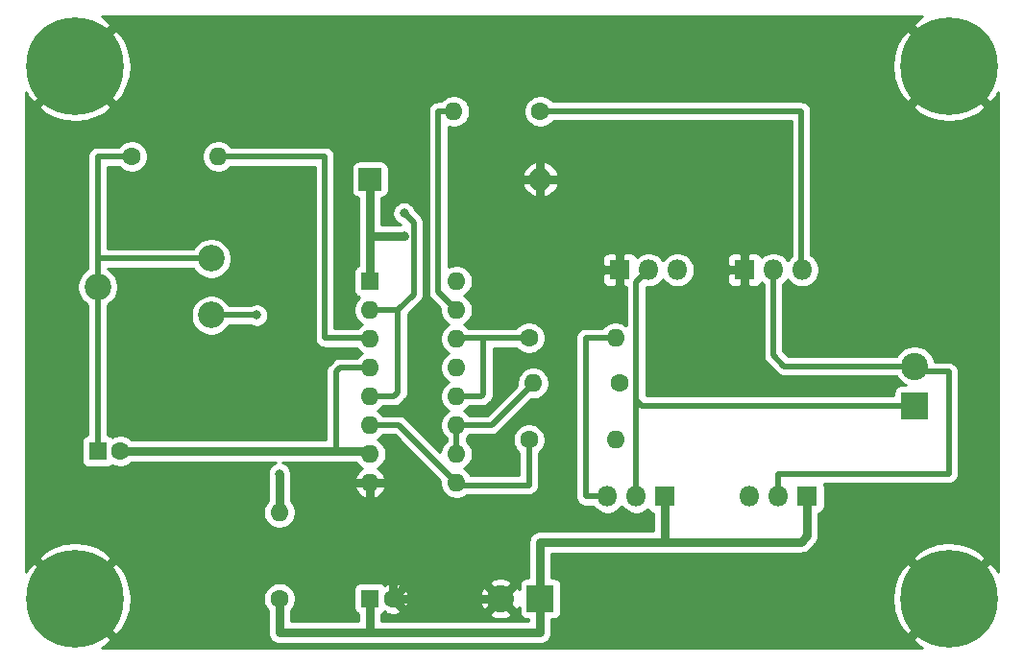
<source format=gbr>
%TF.GenerationSoftware,KiCad,Pcbnew,(5.1.6)-1*%
%TF.CreationDate,2021-09-26T22:49:30+03:00*%
%TF.ProjectId,emitter,656d6974-7465-4722-9e6b-696361645f70,rev?*%
%TF.SameCoordinates,Original*%
%TF.FileFunction,Copper,L2,Bot*%
%TF.FilePolarity,Positive*%
%FSLAX46Y46*%
G04 Gerber Fmt 4.6, Leading zero omitted, Abs format (unit mm)*
G04 Created by KiCad (PCBNEW (5.1.6)-1) date 2021-09-26 22:49:30*
%MOMM*%
%LPD*%
G01*
G04 APERTURE LIST*
%TA.AperFunction,ComponentPad*%
%ADD10C,2.400000*%
%TD*%
%TA.AperFunction,ComponentPad*%
%ADD11R,2.400000X2.400000*%
%TD*%
%TA.AperFunction,ComponentPad*%
%ADD12R,2.000000X2.000000*%
%TD*%
%TA.AperFunction,ComponentPad*%
%ADD13O,2.000000X2.000000*%
%TD*%
%TA.AperFunction,ComponentPad*%
%ADD14R,1.600000X1.600000*%
%TD*%
%TA.AperFunction,ComponentPad*%
%ADD15C,1.600000*%
%TD*%
%TA.AperFunction,ComponentPad*%
%ADD16C,8.600000*%
%TD*%
%TA.AperFunction,ComponentPad*%
%ADD17C,0.900000*%
%TD*%
%TA.AperFunction,ComponentPad*%
%ADD18O,1.800000X1.800000*%
%TD*%
%TA.AperFunction,ComponentPad*%
%ADD19R,1.800000X1.800000*%
%TD*%
%TA.AperFunction,ComponentPad*%
%ADD20O,1.600000X1.600000*%
%TD*%
%TA.AperFunction,ComponentPad*%
%ADD21C,2.340000*%
%TD*%
%TA.AperFunction,ViaPad*%
%ADD22C,0.800000*%
%TD*%
%TA.AperFunction,Conductor*%
%ADD23C,0.750000*%
%TD*%
%TA.AperFunction,Conductor*%
%ADD24C,0.500000*%
%TD*%
%TA.AperFunction,Conductor*%
%ADD25C,0.254000*%
%TD*%
G04 APERTURE END LIST*
D10*
%TO.P,J2,2*%
%TO.N,GND*%
X96500000Y-125000000D03*
D11*
%TO.P,J2,1*%
%TO.N,+5V*%
X100000000Y-125000000D03*
%TD*%
D12*
%TO.P,C1,1*%
%TO.N,Net-(C1-Pad1)*%
X85000000Y-88000000D03*
D13*
%TO.P,C1,2*%
%TO.N,GND*%
X100000000Y-88000000D03*
%TD*%
D14*
%TO.P,C2,1*%
%TO.N,+5V*%
X85000000Y-125000000D03*
D15*
%TO.P,C2,2*%
%TO.N,GND*%
X87000000Y-125000000D03*
%TD*%
%TO.P,C3,2*%
%TO.N,Net-(C3-Pad2)*%
X63000000Y-112000000D03*
D14*
%TO.P,C3,1*%
%TO.N,Net-(C3-Pad1)*%
X61000000Y-112000000D03*
%TD*%
D16*
%TO.P,H1,1*%
%TO.N,GND*%
X59000000Y-78000000D03*
D17*
X62225000Y-78000000D03*
X61280419Y-80280419D03*
X59000000Y-81225000D03*
X56719581Y-80280419D03*
X55775000Y-78000000D03*
X56719581Y-75719581D03*
X59000000Y-74775000D03*
X61280419Y-75719581D03*
%TD*%
%TO.P,H2,1*%
%TO.N,GND*%
X61280419Y-122719581D03*
X59000000Y-121775000D03*
X56719581Y-122719581D03*
X55775000Y-125000000D03*
X56719581Y-127280419D03*
X59000000Y-128225000D03*
X61280419Y-127280419D03*
X62225000Y-125000000D03*
D16*
X59000000Y-125000000D03*
%TD*%
%TO.P,H3,1*%
%TO.N,GND*%
X136000000Y-78000000D03*
D17*
X139225000Y-78000000D03*
X138280419Y-80280419D03*
X136000000Y-81225000D03*
X133719581Y-80280419D03*
X132775000Y-78000000D03*
X133719581Y-75719581D03*
X136000000Y-74775000D03*
X138280419Y-75719581D03*
%TD*%
%TO.P,H4,1*%
%TO.N,GND*%
X138280419Y-122719581D03*
X136000000Y-121775000D03*
X133719581Y-122719581D03*
X132775000Y-125000000D03*
X133719581Y-127280419D03*
X136000000Y-128225000D03*
X138280419Y-127280419D03*
X139225000Y-125000000D03*
D16*
X136000000Y-125000000D03*
%TD*%
D11*
%TO.P,J1,1*%
%TO.N,Net-(J1-Pad1)*%
X133000000Y-108000000D03*
D10*
%TO.P,J1,2*%
%TO.N,Net-(J1-Pad2)*%
X133000000Y-104500000D03*
%TD*%
D18*
%TO.P,Q1,3*%
%TO.N,Net-(Q1-Pad3)*%
X118460000Y-116000000D03*
%TO.P,Q1,2*%
%TO.N,Net-(J1-Pad2)*%
X121000000Y-116000000D03*
D19*
%TO.P,Q1,1*%
%TO.N,+5V*%
X123540000Y-116000000D03*
%TD*%
%TO.P,Q2,1*%
%TO.N,+5V*%
X111000000Y-116000000D03*
D18*
%TO.P,Q2,2*%
%TO.N,Net-(J1-Pad1)*%
X108460000Y-116000000D03*
%TO.P,Q2,3*%
%TO.N,Net-(Q2-Pad3)*%
X105920000Y-116000000D03*
%TD*%
D19*
%TO.P,Q3,1*%
%TO.N,GND*%
X118000000Y-96000000D03*
D18*
%TO.P,Q3,2*%
%TO.N,Net-(J1-Pad2)*%
X120540000Y-96000000D03*
%TO.P,Q3,3*%
%TO.N,Net-(Q3-Pad3)*%
X123080000Y-96000000D03*
%TD*%
D19*
%TO.P,Q4,1*%
%TO.N,GND*%
X107000000Y-96000000D03*
D18*
%TO.P,Q4,2*%
%TO.N,Net-(J1-Pad1)*%
X109540000Y-96000000D03*
%TO.P,Q4,3*%
%TO.N,Net-(Q4-Pad3)*%
X112080000Y-96000000D03*
%TD*%
D15*
%TO.P,R1,1*%
%TO.N,+5V*%
X77000000Y-125000000D03*
D20*
%TO.P,R1,2*%
%TO.N,Net-(C1-Pad1)*%
X77000000Y-117380000D03*
%TD*%
%TO.P,R2,2*%
%TO.N,Net-(R2-Pad2)*%
X99380000Y-106000000D03*
D15*
%TO.P,R2,1*%
%TO.N,Net-(Q1-Pad3)*%
X107000000Y-106000000D03*
%TD*%
D20*
%TO.P,R3,2*%
%TO.N,Net-(Q2-Pad3)*%
X106620000Y-102000000D03*
D15*
%TO.P,R3,1*%
%TO.N,Net-(R3-Pad1)*%
X99000000Y-102000000D03*
%TD*%
%TO.P,R4,1*%
%TO.N,Net-(C3-Pad1)*%
X64000000Y-86000000D03*
D20*
%TO.P,R4,2*%
%TO.N,Net-(R4-Pad2)*%
X71620000Y-86000000D03*
%TD*%
%TO.P,R5,2*%
%TO.N,Net-(R5-Pad2)*%
X92380000Y-82000000D03*
D15*
%TO.P,R5,1*%
%TO.N,Net-(Q3-Pad3)*%
X100000000Y-82000000D03*
%TD*%
D20*
%TO.P,R6,2*%
%TO.N,Net-(Q4-Pad3)*%
X106620000Y-111000000D03*
D15*
%TO.P,R6,1*%
%TO.N,Net-(R6-Pad1)*%
X99000000Y-111000000D03*
%TD*%
D21*
%TO.P,RV1,3*%
%TO.N,Net-(RV1-Pad3)*%
X71000000Y-100000000D03*
%TO.P,RV1,2*%
%TO.N,Net-(C3-Pad1)*%
X61000000Y-97500000D03*
%TO.P,RV1,1*%
X71000000Y-95000000D03*
%TD*%
D14*
%TO.P,U1,1*%
%TO.N,Net-(C1-Pad1)*%
X85000000Y-97000000D03*
D20*
%TO.P,U1,9*%
%TO.N,Net-(R6-Pad1)*%
X92620000Y-114780000D03*
%TO.P,U1,2*%
%TO.N,Net-(RV1-Pad3)*%
X85000000Y-99540000D03*
%TO.P,U1,10*%
%TO.N,Net-(R2-Pad2)*%
X92620000Y-112240000D03*
%TO.P,U1,3*%
%TO.N,Net-(R4-Pad2)*%
X85000000Y-102080000D03*
%TO.P,U1,11*%
%TO.N,Net-(R2-Pad2)*%
X92620000Y-109700000D03*
%TO.P,U1,4*%
%TO.N,Net-(C3-Pad2)*%
X85000000Y-104620000D03*
%TO.P,U1,12*%
%TO.N,Net-(R3-Pad1)*%
X92620000Y-107160000D03*
%TO.P,U1,5*%
%TO.N,Net-(RV1-Pad3)*%
X85000000Y-107160000D03*
%TO.P,U1,13*%
%TO.N,N/C*%
X92620000Y-104620000D03*
%TO.P,U1,6*%
%TO.N,Net-(R6-Pad1)*%
X85000000Y-109700000D03*
%TO.P,U1,14*%
%TO.N,Net-(R3-Pad1)*%
X92620000Y-102080000D03*
%TO.P,U1,7*%
%TO.N,Net-(C3-Pad2)*%
X85000000Y-112240000D03*
%TO.P,U1,15*%
%TO.N,Net-(R5-Pad2)*%
X92620000Y-99540000D03*
%TO.P,U1,8*%
%TO.N,GND*%
X85000000Y-114780000D03*
%TO.P,U1,16*%
%TO.N,N/C*%
X92620000Y-97000000D03*
%TD*%
D22*
%TO.N,Net-(C1-Pad1)*%
X77000000Y-114000000D03*
X88000000Y-93000000D03*
%TO.N,Net-(RV1-Pad3)*%
X75000000Y-100000000D03*
X88000000Y-91000000D03*
%TD*%
D23*
%TO.N,GND*%
X85000000Y-114780000D02*
X85000000Y-121000000D01*
X85000000Y-121000000D02*
X87000000Y-121000000D01*
X87000000Y-121000000D02*
X87000000Y-125000000D01*
%TO.N,Net-(C1-Pad1)*%
X88000000Y-93000000D02*
X85000000Y-93000000D01*
X85000000Y-97000000D02*
X85000000Y-93000000D01*
X85000000Y-93000000D02*
X85000000Y-88000000D01*
X77000000Y-114000000D02*
X77000000Y-117380000D01*
%TO.N,GND*%
X100000000Y-88000000D02*
X107000000Y-88000000D01*
X107000000Y-88000000D02*
X107000000Y-96000000D01*
X107000000Y-88000000D02*
X118000000Y-88000000D01*
X118000000Y-88000000D02*
X118000000Y-96000000D01*
X87000000Y-125000000D02*
X96500000Y-125000000D01*
%TO.N,+5V*%
X77000000Y-125000000D02*
X77000000Y-128000000D01*
X77000000Y-128000000D02*
X85000000Y-128000000D01*
X85000000Y-128000000D02*
X85000000Y-125000000D01*
X85000000Y-128000000D02*
X100000000Y-128000000D01*
X100000000Y-128000000D02*
X100000000Y-125000000D01*
X100000000Y-125000000D02*
X100000000Y-120000000D01*
X100000000Y-120000000D02*
X111000000Y-120000000D01*
X111000000Y-120000000D02*
X111000000Y-116000000D01*
X123540000Y-116000000D02*
X123540000Y-119460000D01*
X123000000Y-120000000D02*
X111000000Y-120000000D01*
X123540000Y-119460000D02*
X123000000Y-120000000D01*
%TO.N,Net-(C3-Pad2)*%
X84760000Y-112000000D02*
X85000000Y-112240000D01*
D24*
X85000000Y-104620000D02*
X82380000Y-104620000D01*
X82000000Y-105000000D02*
X82000000Y-112000000D01*
X82380000Y-104620000D02*
X82000000Y-105000000D01*
D23*
X63000000Y-112000000D02*
X82000000Y-112000000D01*
X82000000Y-112000000D02*
X84760000Y-112000000D01*
D24*
%TO.N,Net-(C3-Pad1)*%
X61000000Y-97500000D02*
X61000000Y-112000000D01*
X61000000Y-97500000D02*
X61000000Y-86000000D01*
X61000000Y-86000000D02*
X64000000Y-86000000D01*
X71000000Y-95000000D02*
X61000000Y-95000000D01*
%TO.N,Net-(J1-Pad1)*%
X108460000Y-97080000D02*
X109540000Y-96000000D01*
X133000000Y-108000000D02*
X108920000Y-108000000D01*
X108460000Y-116000000D02*
X108460000Y-107540000D01*
X108920000Y-108000000D02*
X108460000Y-107540000D01*
X108460000Y-107540000D02*
X108460000Y-97080000D01*
%TO.N,Net-(J1-Pad2)*%
X120540000Y-96000000D02*
X120540000Y-103540000D01*
X121500000Y-104500000D02*
X133000000Y-104500000D01*
X120540000Y-103540000D02*
X121500000Y-104500000D01*
X121000000Y-116000000D02*
X121000000Y-114000000D01*
X121000000Y-114000000D02*
X136000000Y-114000000D01*
X136000000Y-114000000D02*
X136000000Y-105000000D01*
X133500000Y-105000000D02*
X133000000Y-104500000D01*
X136000000Y-105000000D02*
X133500000Y-105000000D01*
%TO.N,Net-(Q2-Pad3)*%
X105920000Y-116000000D02*
X104000000Y-116000000D01*
X104000000Y-116000000D02*
X104000000Y-102000000D01*
X104000000Y-102000000D02*
X106620000Y-102000000D01*
%TO.N,Net-(Q3-Pad3)*%
X100000000Y-82000000D02*
X123000000Y-82000000D01*
X123000000Y-95920000D02*
X123080000Y-96000000D01*
X123000000Y-82000000D02*
X123000000Y-95920000D01*
%TO.N,Net-(R2-Pad2)*%
X92620000Y-112240000D02*
X92620000Y-109700000D01*
X92620000Y-109700000D02*
X95700000Y-109700000D01*
X99380000Y-106020000D02*
X99380000Y-106000000D01*
X95700000Y-109700000D02*
X99380000Y-106020000D01*
%TO.N,Net-(R3-Pad1)*%
X92620000Y-107160000D02*
X94840000Y-107160000D01*
X94840000Y-107160000D02*
X95000000Y-107000000D01*
X95000000Y-107000000D02*
X95000000Y-102000000D01*
X92700000Y-102000000D02*
X92620000Y-102080000D01*
X95000000Y-102000000D02*
X92700000Y-102000000D01*
X95000000Y-102000000D02*
X99000000Y-102000000D01*
%TO.N,Net-(R4-Pad2)*%
X71620000Y-86000000D02*
X81000000Y-86000000D01*
X81000000Y-86000000D02*
X81000000Y-102000000D01*
X84920000Y-102000000D02*
X85000000Y-102080000D01*
X81000000Y-102000000D02*
X84920000Y-102000000D01*
%TO.N,Net-(R5-Pad2)*%
X92380000Y-82000000D02*
X91000000Y-82000000D01*
X91000000Y-97920000D02*
X92620000Y-99540000D01*
X91000000Y-82000000D02*
X91000000Y-97920000D01*
%TO.N,Net-(R6-Pad1)*%
X99000000Y-111000000D02*
X99000000Y-115000000D01*
X92840000Y-115000000D02*
X92620000Y-114780000D01*
X99000000Y-115000000D02*
X92840000Y-115000000D01*
X87540000Y-109700000D02*
X92620000Y-114780000D01*
X85000000Y-109700000D02*
X87540000Y-109700000D01*
%TO.N,Net-(RV1-Pad3)*%
X71000000Y-100000000D02*
X75000000Y-100000000D01*
X88850001Y-98149999D02*
X87460000Y-99540000D01*
X88850001Y-91850001D02*
X88850001Y-98149999D01*
X87460000Y-99540000D02*
X85000000Y-99540000D01*
X88000000Y-91000000D02*
X88850001Y-91850001D01*
X87460000Y-106780000D02*
X87460000Y-99540000D01*
X87080000Y-107160000D02*
X87460000Y-106780000D01*
X85000000Y-107160000D02*
X87080000Y-107160000D01*
%TD*%
D25*
%TO.N,GND*%
G36*
X133289527Y-73847433D02*
G01*
X132785693Y-74434968D01*
X136000000Y-77649275D01*
X136014143Y-77635133D01*
X136364868Y-77985858D01*
X136350725Y-78000000D01*
X139565032Y-81214307D01*
X140152567Y-80710473D01*
X140340000Y-80350546D01*
X140340001Y-122640193D01*
X140152567Y-122289527D01*
X139565032Y-121785693D01*
X136350725Y-125000000D01*
X136364868Y-125014143D01*
X136014143Y-125364868D01*
X136000000Y-125350725D01*
X132785693Y-128565032D01*
X133289527Y-129152567D01*
X133649454Y-129340000D01*
X61359809Y-129340000D01*
X61710473Y-129152567D01*
X62214307Y-128565032D01*
X59000000Y-125350725D01*
X58985858Y-125364868D01*
X58635133Y-125014143D01*
X58649275Y-125000000D01*
X59350725Y-125000000D01*
X62565032Y-128214307D01*
X63152567Y-127710473D01*
X63601564Y-126848265D01*
X63873724Y-125915031D01*
X63958591Y-124946632D01*
X63948971Y-124858665D01*
X75565000Y-124858665D01*
X75565000Y-125141335D01*
X75620147Y-125418574D01*
X75728320Y-125679727D01*
X75885363Y-125914759D01*
X75990000Y-126019396D01*
X75990001Y-127950383D01*
X75985114Y-128000000D01*
X76004615Y-128197994D01*
X76062368Y-128388380D01*
X76156153Y-128563840D01*
X76282367Y-128717633D01*
X76436160Y-128843847D01*
X76611620Y-128937632D01*
X76802006Y-128995385D01*
X76950392Y-129010000D01*
X76950393Y-129010000D01*
X77000000Y-129014886D01*
X77049608Y-129010000D01*
X84950392Y-129010000D01*
X85000000Y-129014886D01*
X85049607Y-129010000D01*
X99950392Y-129010000D01*
X100000000Y-129014886D01*
X100049607Y-129010000D01*
X100049608Y-129010000D01*
X100197994Y-128995385D01*
X100388380Y-128937632D01*
X100563840Y-128843847D01*
X100717633Y-128717633D01*
X100843847Y-128563840D01*
X100937632Y-128388380D01*
X100995385Y-128197994D01*
X101001915Y-128131694D01*
X101010000Y-128049608D01*
X101010000Y-128049607D01*
X101014886Y-128000000D01*
X101010000Y-127950392D01*
X101010000Y-126838072D01*
X101200000Y-126838072D01*
X101324482Y-126825812D01*
X101444180Y-126789502D01*
X101554494Y-126730537D01*
X101651185Y-126651185D01*
X101730537Y-126554494D01*
X101789502Y-126444180D01*
X101825812Y-126324482D01*
X101838072Y-126200000D01*
X101838072Y-125053368D01*
X131041409Y-125053368D01*
X131147099Y-126019716D01*
X131439284Y-126946876D01*
X131847433Y-127710473D01*
X132434968Y-128214307D01*
X135649275Y-125000000D01*
X132434968Y-121785693D01*
X131847433Y-122289527D01*
X131398436Y-123151735D01*
X131126276Y-124084969D01*
X131041409Y-125053368D01*
X101838072Y-125053368D01*
X101838072Y-123800000D01*
X101825812Y-123675518D01*
X101789502Y-123555820D01*
X101730537Y-123445506D01*
X101651185Y-123348815D01*
X101554494Y-123269463D01*
X101444180Y-123210498D01*
X101324482Y-123174188D01*
X101200000Y-123161928D01*
X101010000Y-123161928D01*
X101010000Y-121434968D01*
X132785693Y-121434968D01*
X136000000Y-124649275D01*
X139214307Y-121434968D01*
X138710473Y-120847433D01*
X137848265Y-120398436D01*
X136915031Y-120126276D01*
X135946632Y-120041409D01*
X134980284Y-120147099D01*
X134053124Y-120439284D01*
X133289527Y-120847433D01*
X132785693Y-121434968D01*
X101010000Y-121434968D01*
X101010000Y-121010000D01*
X110950392Y-121010000D01*
X111000000Y-121014886D01*
X111049607Y-121010000D01*
X122950392Y-121010000D01*
X123000000Y-121014886D01*
X123197994Y-120995385D01*
X123388380Y-120937632D01*
X123563840Y-120843847D01*
X123717633Y-120717633D01*
X123749261Y-120679093D01*
X124219089Y-120209265D01*
X124257633Y-120177633D01*
X124383847Y-120023840D01*
X124477632Y-119848380D01*
X124535385Y-119657994D01*
X124550000Y-119509608D01*
X124550000Y-119509606D01*
X124554886Y-119460001D01*
X124550000Y-119410396D01*
X124550000Y-117527238D01*
X124564482Y-117525812D01*
X124684180Y-117489502D01*
X124794494Y-117430537D01*
X124891185Y-117351185D01*
X124970537Y-117254494D01*
X125029502Y-117144180D01*
X125065812Y-117024482D01*
X125078072Y-116900000D01*
X125078072Y-115100000D01*
X125065812Y-114975518D01*
X125038354Y-114885000D01*
X135956523Y-114885000D01*
X136000000Y-114889282D01*
X136043476Y-114885000D01*
X136043477Y-114885000D01*
X136173490Y-114872195D01*
X136340313Y-114821589D01*
X136494059Y-114739411D01*
X136628817Y-114628817D01*
X136739411Y-114494059D01*
X136821589Y-114340313D01*
X136872195Y-114173490D01*
X136889282Y-114000000D01*
X136885000Y-113956523D01*
X136885000Y-105043477D01*
X136889282Y-105000000D01*
X136872195Y-104826510D01*
X136821589Y-104659687D01*
X136739411Y-104505941D01*
X136628817Y-104371183D01*
X136494059Y-104260589D01*
X136340313Y-104178411D01*
X136173490Y-104127805D01*
X136043477Y-104115000D01*
X136000000Y-104110718D01*
X135956524Y-104115000D01*
X134794369Y-104115000D01*
X134764482Y-103964750D01*
X134626156Y-103630801D01*
X134425338Y-103330256D01*
X134169744Y-103074662D01*
X133869199Y-102873844D01*
X133535250Y-102735518D01*
X133180732Y-102665000D01*
X132819268Y-102665000D01*
X132464750Y-102735518D01*
X132130801Y-102873844D01*
X131830256Y-103074662D01*
X131574662Y-103330256D01*
X131384402Y-103615000D01*
X121866579Y-103615000D01*
X121425000Y-103173422D01*
X121425000Y-97254790D01*
X121518505Y-97192312D01*
X121732312Y-96978505D01*
X121810000Y-96862237D01*
X121887688Y-96978505D01*
X122101495Y-97192312D01*
X122352905Y-97360299D01*
X122632257Y-97476011D01*
X122928816Y-97535000D01*
X123231184Y-97535000D01*
X123527743Y-97476011D01*
X123807095Y-97360299D01*
X124058505Y-97192312D01*
X124272312Y-96978505D01*
X124440299Y-96727095D01*
X124556011Y-96447743D01*
X124615000Y-96151184D01*
X124615000Y-95848816D01*
X124556011Y-95552257D01*
X124440299Y-95272905D01*
X124272312Y-95021495D01*
X124058505Y-94807688D01*
X123885000Y-94691756D01*
X123885000Y-82043477D01*
X123889282Y-82000000D01*
X123872195Y-81826510D01*
X123821589Y-81659687D01*
X123770996Y-81565032D01*
X132785693Y-81565032D01*
X133289527Y-82152567D01*
X134151735Y-82601564D01*
X135084969Y-82873724D01*
X136053368Y-82958591D01*
X137019716Y-82852901D01*
X137946876Y-82560716D01*
X138710473Y-82152567D01*
X139214307Y-81565032D01*
X136000000Y-78350725D01*
X132785693Y-81565032D01*
X123770996Y-81565032D01*
X123739411Y-81505941D01*
X123628817Y-81371183D01*
X123494059Y-81260589D01*
X123340313Y-81178411D01*
X123173490Y-81127805D01*
X123043477Y-81115000D01*
X123043476Y-81115000D01*
X123000000Y-81110718D01*
X122956523Y-81115000D01*
X101134521Y-81115000D01*
X101114637Y-81085241D01*
X100914759Y-80885363D01*
X100679727Y-80728320D01*
X100418574Y-80620147D01*
X100141335Y-80565000D01*
X99858665Y-80565000D01*
X99581426Y-80620147D01*
X99320273Y-80728320D01*
X99085241Y-80885363D01*
X98885363Y-81085241D01*
X98728320Y-81320273D01*
X98620147Y-81581426D01*
X98565000Y-81858665D01*
X98565000Y-82141335D01*
X98620147Y-82418574D01*
X98728320Y-82679727D01*
X98885363Y-82914759D01*
X99085241Y-83114637D01*
X99320273Y-83271680D01*
X99581426Y-83379853D01*
X99858665Y-83435000D01*
X100141335Y-83435000D01*
X100418574Y-83379853D01*
X100679727Y-83271680D01*
X100914759Y-83114637D01*
X101114637Y-82914759D01*
X101134521Y-82885000D01*
X122115000Y-82885000D01*
X122115001Y-94798664D01*
X122101495Y-94807688D01*
X121887688Y-95021495D01*
X121810000Y-95137763D01*
X121732312Y-95021495D01*
X121518505Y-94807688D01*
X121267095Y-94639701D01*
X120987743Y-94523989D01*
X120691184Y-94465000D01*
X120388816Y-94465000D01*
X120092257Y-94523989D01*
X119812905Y-94639701D01*
X119561495Y-94807688D01*
X119495056Y-94874127D01*
X119489502Y-94855820D01*
X119430537Y-94745506D01*
X119351185Y-94648815D01*
X119254494Y-94569463D01*
X119144180Y-94510498D01*
X119024482Y-94474188D01*
X118900000Y-94461928D01*
X118406750Y-94465000D01*
X118248000Y-94623750D01*
X118248000Y-95752000D01*
X118268000Y-95752000D01*
X118268000Y-96248000D01*
X118248000Y-96248000D01*
X118248000Y-97376250D01*
X118406750Y-97535000D01*
X118900000Y-97538072D01*
X119024482Y-97525812D01*
X119144180Y-97489502D01*
X119254494Y-97430537D01*
X119351185Y-97351185D01*
X119430537Y-97254494D01*
X119489502Y-97144180D01*
X119495056Y-97125873D01*
X119561495Y-97192312D01*
X119655000Y-97254790D01*
X119655001Y-103496521D01*
X119650719Y-103540000D01*
X119667805Y-103713490D01*
X119718412Y-103880313D01*
X119800590Y-104034059D01*
X119883468Y-104135046D01*
X119883471Y-104135049D01*
X119911184Y-104168817D01*
X119944951Y-104196529D01*
X120843470Y-105095049D01*
X120871183Y-105128817D01*
X120904951Y-105156530D01*
X120904953Y-105156532D01*
X120931613Y-105178411D01*
X121005941Y-105239411D01*
X121159687Y-105321589D01*
X121326510Y-105372195D01*
X121456523Y-105385000D01*
X121456533Y-105385000D01*
X121499999Y-105389281D01*
X121543466Y-105385000D01*
X131384402Y-105385000D01*
X131574662Y-105669744D01*
X131830256Y-105925338D01*
X132130801Y-106126156D01*
X132217162Y-106161928D01*
X131800000Y-106161928D01*
X131675518Y-106174188D01*
X131555820Y-106210498D01*
X131445506Y-106269463D01*
X131348815Y-106348815D01*
X131269463Y-106445506D01*
X131210498Y-106555820D01*
X131174188Y-106675518D01*
X131161928Y-106800000D01*
X131161928Y-107115000D01*
X109345000Y-107115000D01*
X109345000Y-97526284D01*
X109388816Y-97535000D01*
X109691184Y-97535000D01*
X109987743Y-97476011D01*
X110267095Y-97360299D01*
X110518505Y-97192312D01*
X110732312Y-96978505D01*
X110810000Y-96862237D01*
X110887688Y-96978505D01*
X111101495Y-97192312D01*
X111352905Y-97360299D01*
X111632257Y-97476011D01*
X111928816Y-97535000D01*
X112231184Y-97535000D01*
X112527743Y-97476011D01*
X112807095Y-97360299D01*
X113058505Y-97192312D01*
X113272312Y-96978505D01*
X113324767Y-96900000D01*
X116461928Y-96900000D01*
X116474188Y-97024482D01*
X116510498Y-97144180D01*
X116569463Y-97254494D01*
X116648815Y-97351185D01*
X116745506Y-97430537D01*
X116855820Y-97489502D01*
X116975518Y-97525812D01*
X117100000Y-97538072D01*
X117593250Y-97535000D01*
X117752000Y-97376250D01*
X117752000Y-96248000D01*
X116623750Y-96248000D01*
X116465000Y-96406750D01*
X116461928Y-96900000D01*
X113324767Y-96900000D01*
X113440299Y-96727095D01*
X113556011Y-96447743D01*
X113615000Y-96151184D01*
X113615000Y-95848816D01*
X113556011Y-95552257D01*
X113440299Y-95272905D01*
X113324768Y-95100000D01*
X116461928Y-95100000D01*
X116465000Y-95593250D01*
X116623750Y-95752000D01*
X117752000Y-95752000D01*
X117752000Y-94623750D01*
X117593250Y-94465000D01*
X117100000Y-94461928D01*
X116975518Y-94474188D01*
X116855820Y-94510498D01*
X116745506Y-94569463D01*
X116648815Y-94648815D01*
X116569463Y-94745506D01*
X116510498Y-94855820D01*
X116474188Y-94975518D01*
X116461928Y-95100000D01*
X113324768Y-95100000D01*
X113272312Y-95021495D01*
X113058505Y-94807688D01*
X112807095Y-94639701D01*
X112527743Y-94523989D01*
X112231184Y-94465000D01*
X111928816Y-94465000D01*
X111632257Y-94523989D01*
X111352905Y-94639701D01*
X111101495Y-94807688D01*
X110887688Y-95021495D01*
X110810000Y-95137763D01*
X110732312Y-95021495D01*
X110518505Y-94807688D01*
X110267095Y-94639701D01*
X109987743Y-94523989D01*
X109691184Y-94465000D01*
X109388816Y-94465000D01*
X109092257Y-94523989D01*
X108812905Y-94639701D01*
X108561495Y-94807688D01*
X108495056Y-94874127D01*
X108489502Y-94855820D01*
X108430537Y-94745506D01*
X108351185Y-94648815D01*
X108254494Y-94569463D01*
X108144180Y-94510498D01*
X108024482Y-94474188D01*
X107900000Y-94461928D01*
X107406750Y-94465000D01*
X107248000Y-94623750D01*
X107248000Y-95752000D01*
X107268000Y-95752000D01*
X107268000Y-96248000D01*
X107248000Y-96248000D01*
X107248000Y-97376250D01*
X107406750Y-97535000D01*
X107575001Y-97536048D01*
X107575001Y-100925605D01*
X107534759Y-100885363D01*
X107299727Y-100728320D01*
X107038574Y-100620147D01*
X106761335Y-100565000D01*
X106478665Y-100565000D01*
X106201426Y-100620147D01*
X105940273Y-100728320D01*
X105705241Y-100885363D01*
X105505363Y-101085241D01*
X105485479Y-101115000D01*
X104043477Y-101115000D01*
X104000000Y-101110718D01*
X103956524Y-101115000D01*
X103956523Y-101115000D01*
X103826510Y-101127805D01*
X103659687Y-101178411D01*
X103505941Y-101260589D01*
X103371183Y-101371183D01*
X103260589Y-101505941D01*
X103178411Y-101659687D01*
X103127805Y-101826510D01*
X103110718Y-102000000D01*
X103115001Y-102043487D01*
X103115000Y-115956523D01*
X103110718Y-116000000D01*
X103127805Y-116173490D01*
X103178411Y-116340313D01*
X103260589Y-116494059D01*
X103371183Y-116628817D01*
X103505941Y-116739411D01*
X103659687Y-116821589D01*
X103826510Y-116872195D01*
X104000000Y-116889282D01*
X104043476Y-116885000D01*
X104665210Y-116885000D01*
X104727688Y-116978505D01*
X104941495Y-117192312D01*
X105192905Y-117360299D01*
X105472257Y-117476011D01*
X105768816Y-117535000D01*
X106071184Y-117535000D01*
X106367743Y-117476011D01*
X106647095Y-117360299D01*
X106898505Y-117192312D01*
X107112312Y-116978505D01*
X107190000Y-116862237D01*
X107267688Y-116978505D01*
X107481495Y-117192312D01*
X107732905Y-117360299D01*
X108012257Y-117476011D01*
X108308816Y-117535000D01*
X108611184Y-117535000D01*
X108907743Y-117476011D01*
X109187095Y-117360299D01*
X109438505Y-117192312D01*
X109504944Y-117125873D01*
X109510498Y-117144180D01*
X109569463Y-117254494D01*
X109648815Y-117351185D01*
X109745506Y-117430537D01*
X109855820Y-117489502D01*
X109975518Y-117525812D01*
X109990001Y-117527238D01*
X109990000Y-118990000D01*
X100049608Y-118990000D01*
X100000000Y-118985114D01*
X99950393Y-118990000D01*
X99950392Y-118990000D01*
X99802006Y-119004615D01*
X99611620Y-119062368D01*
X99436160Y-119156153D01*
X99282367Y-119282367D01*
X99156153Y-119436160D01*
X99062368Y-119611620D01*
X99004615Y-119802006D01*
X98985114Y-120000000D01*
X98990001Y-120049618D01*
X98990000Y-123161928D01*
X98800000Y-123161928D01*
X98675518Y-123174188D01*
X98555820Y-123210498D01*
X98445506Y-123269463D01*
X98348815Y-123348815D01*
X98269463Y-123445506D01*
X98210498Y-123555820D01*
X98174188Y-123675518D01*
X98161928Y-123800000D01*
X98161928Y-124216566D01*
X98128356Y-124134931D01*
X98123946Y-124126679D01*
X97853954Y-123996771D01*
X96850725Y-125000000D01*
X97853954Y-126003229D01*
X98123946Y-125873321D01*
X98161928Y-125782278D01*
X98161928Y-126200000D01*
X98174188Y-126324482D01*
X98210498Y-126444180D01*
X98269463Y-126554494D01*
X98348815Y-126651185D01*
X98445506Y-126730537D01*
X98555820Y-126789502D01*
X98675518Y-126825812D01*
X98800000Y-126838072D01*
X98990000Y-126838072D01*
X98990000Y-126990000D01*
X86010000Y-126990000D01*
X86010000Y-126399870D01*
X86044180Y-126389502D01*
X86154494Y-126330537D01*
X86251185Y-126251185D01*
X86320606Y-126166595D01*
X86365713Y-126294944D01*
X86630532Y-126393805D01*
X86909549Y-126439103D01*
X87192042Y-126429097D01*
X87467155Y-126364172D01*
X87491823Y-126353954D01*
X95496771Y-126353954D01*
X95626679Y-126623946D01*
X95960275Y-126763118D01*
X96314613Y-126834536D01*
X96676075Y-126835453D01*
X97030771Y-126765834D01*
X97365069Y-126628356D01*
X97373321Y-126623946D01*
X97503229Y-126353954D01*
X96500000Y-125350725D01*
X95496771Y-126353954D01*
X87491823Y-126353954D01*
X87634287Y-126294944D01*
X87714885Y-126065610D01*
X87000000Y-125350725D01*
X86985858Y-125364868D01*
X86635133Y-125014143D01*
X86649275Y-125000000D01*
X87350725Y-125000000D01*
X88065610Y-125714885D01*
X88294944Y-125634287D01*
X88393805Y-125369468D01*
X88425202Y-125176075D01*
X94664547Y-125176075D01*
X94734166Y-125530771D01*
X94871644Y-125865069D01*
X94876054Y-125873321D01*
X95146046Y-126003229D01*
X96149275Y-125000000D01*
X95146046Y-123996771D01*
X94876054Y-124126679D01*
X94736882Y-124460275D01*
X94665464Y-124814613D01*
X94664547Y-125176075D01*
X88425202Y-125176075D01*
X88439103Y-125090451D01*
X88429097Y-124807958D01*
X88364172Y-124532845D01*
X88294944Y-124365713D01*
X88065610Y-124285115D01*
X87350725Y-125000000D01*
X86649275Y-125000000D01*
X86635133Y-124985858D01*
X86985858Y-124635133D01*
X87000000Y-124649275D01*
X87714885Y-123934390D01*
X87634287Y-123705056D01*
X87476217Y-123646046D01*
X95496771Y-123646046D01*
X96500000Y-124649275D01*
X97503229Y-123646046D01*
X97373321Y-123376054D01*
X97039725Y-123236882D01*
X96685387Y-123165464D01*
X96323925Y-123164547D01*
X95969229Y-123234166D01*
X95634931Y-123371644D01*
X95626679Y-123376054D01*
X95496771Y-123646046D01*
X87476217Y-123646046D01*
X87369468Y-123606195D01*
X87090451Y-123560897D01*
X86807958Y-123570903D01*
X86532845Y-123635828D01*
X86365713Y-123705056D01*
X86320606Y-123833405D01*
X86251185Y-123748815D01*
X86154494Y-123669463D01*
X86044180Y-123610498D01*
X85924482Y-123574188D01*
X85800000Y-123561928D01*
X84200000Y-123561928D01*
X84075518Y-123574188D01*
X83955820Y-123610498D01*
X83845506Y-123669463D01*
X83748815Y-123748815D01*
X83669463Y-123845506D01*
X83610498Y-123955820D01*
X83574188Y-124075518D01*
X83561928Y-124200000D01*
X83561928Y-125800000D01*
X83574188Y-125924482D01*
X83610498Y-126044180D01*
X83669463Y-126154494D01*
X83748815Y-126251185D01*
X83845506Y-126330537D01*
X83955820Y-126389502D01*
X83990001Y-126399871D01*
X83990000Y-126990000D01*
X78010000Y-126990000D01*
X78010000Y-126019396D01*
X78114637Y-125914759D01*
X78271680Y-125679727D01*
X78379853Y-125418574D01*
X78435000Y-125141335D01*
X78435000Y-124858665D01*
X78379853Y-124581426D01*
X78271680Y-124320273D01*
X78114637Y-124085241D01*
X77914759Y-123885363D01*
X77679727Y-123728320D01*
X77418574Y-123620147D01*
X77141335Y-123565000D01*
X76858665Y-123565000D01*
X76581426Y-123620147D01*
X76320273Y-123728320D01*
X76085241Y-123885363D01*
X75885363Y-124085241D01*
X75728320Y-124320273D01*
X75620147Y-124581426D01*
X75565000Y-124858665D01*
X63948971Y-124858665D01*
X63852901Y-123980284D01*
X63560716Y-123053124D01*
X63152567Y-122289527D01*
X62565032Y-121785693D01*
X59350725Y-125000000D01*
X58649275Y-125000000D01*
X55434968Y-121785693D01*
X54847433Y-122289527D01*
X54660000Y-122649454D01*
X54660000Y-121434968D01*
X55785693Y-121434968D01*
X59000000Y-124649275D01*
X62214307Y-121434968D01*
X61710473Y-120847433D01*
X60848265Y-120398436D01*
X59915031Y-120126276D01*
X58946632Y-120041409D01*
X57980284Y-120147099D01*
X57053124Y-120439284D01*
X56289527Y-120847433D01*
X55785693Y-121434968D01*
X54660000Y-121434968D01*
X54660000Y-97322223D01*
X59195000Y-97322223D01*
X59195000Y-97677777D01*
X59264365Y-98026499D01*
X59400429Y-98354988D01*
X59597965Y-98650621D01*
X59849379Y-98902035D01*
X60115000Y-99079518D01*
X60115001Y-110570299D01*
X60075518Y-110574188D01*
X59955820Y-110610498D01*
X59845506Y-110669463D01*
X59748815Y-110748815D01*
X59669463Y-110845506D01*
X59610498Y-110955820D01*
X59574188Y-111075518D01*
X59561928Y-111200000D01*
X59561928Y-112800000D01*
X59574188Y-112924482D01*
X59610498Y-113044180D01*
X59669463Y-113154494D01*
X59748815Y-113251185D01*
X59845506Y-113330537D01*
X59955820Y-113389502D01*
X60075518Y-113425812D01*
X60200000Y-113438072D01*
X61800000Y-113438072D01*
X61924482Y-113425812D01*
X62044180Y-113389502D01*
X62154494Y-113330537D01*
X62251185Y-113251185D01*
X62264790Y-113234607D01*
X62320273Y-113271680D01*
X62581426Y-113379853D01*
X62858665Y-113435000D01*
X63141335Y-113435000D01*
X63418574Y-113379853D01*
X63679727Y-113271680D01*
X63914759Y-113114637D01*
X64019396Y-113010000D01*
X76685485Y-113010000D01*
X76509744Y-113082795D01*
X76340226Y-113196063D01*
X76196063Y-113340226D01*
X76082795Y-113509744D01*
X76004774Y-113698102D01*
X75965000Y-113898061D01*
X75965000Y-114101939D01*
X75990000Y-114227624D01*
X75990001Y-116360603D01*
X75885363Y-116465241D01*
X75728320Y-116700273D01*
X75620147Y-116961426D01*
X75565000Y-117238665D01*
X75565000Y-117521335D01*
X75620147Y-117798574D01*
X75728320Y-118059727D01*
X75885363Y-118294759D01*
X76085241Y-118494637D01*
X76320273Y-118651680D01*
X76581426Y-118759853D01*
X76858665Y-118815000D01*
X77141335Y-118815000D01*
X77418574Y-118759853D01*
X77679727Y-118651680D01*
X77914759Y-118494637D01*
X78114637Y-118294759D01*
X78271680Y-118059727D01*
X78379853Y-117798574D01*
X78435000Y-117521335D01*
X78435000Y-117238665D01*
X78379853Y-116961426D01*
X78271680Y-116700273D01*
X78114637Y-116465241D01*
X78010000Y-116360604D01*
X78010000Y-115246052D01*
X83642789Y-115246052D01*
X83710751Y-115410150D01*
X83858460Y-115649562D01*
X84050037Y-115855557D01*
X84278121Y-116020219D01*
X84533946Y-116137220D01*
X84752000Y-116034667D01*
X84752000Y-115028000D01*
X85248000Y-115028000D01*
X85248000Y-116034667D01*
X85466054Y-116137220D01*
X85721879Y-116020219D01*
X85949963Y-115855557D01*
X86141540Y-115649562D01*
X86289249Y-115410150D01*
X86357211Y-115246052D01*
X86251923Y-115028000D01*
X85248000Y-115028000D01*
X84752000Y-115028000D01*
X83748077Y-115028000D01*
X83642789Y-115246052D01*
X78010000Y-115246052D01*
X78010000Y-114227623D01*
X78035000Y-114101939D01*
X78035000Y-113898061D01*
X77995226Y-113698102D01*
X77917205Y-113509744D01*
X77803937Y-113340226D01*
X77659774Y-113196063D01*
X77490256Y-113082795D01*
X77314515Y-113010000D01*
X83788638Y-113010000D01*
X83885363Y-113154759D01*
X84085241Y-113354637D01*
X84320273Y-113511680D01*
X84330396Y-113515873D01*
X84278121Y-113539781D01*
X84050037Y-113704443D01*
X83858460Y-113910438D01*
X83710751Y-114149850D01*
X83642789Y-114313948D01*
X83748077Y-114532000D01*
X84752000Y-114532000D01*
X84752000Y-114512000D01*
X85248000Y-114512000D01*
X85248000Y-114532000D01*
X86251923Y-114532000D01*
X86357211Y-114313948D01*
X86289249Y-114149850D01*
X86141540Y-113910438D01*
X85949963Y-113704443D01*
X85721879Y-113539781D01*
X85669604Y-113515873D01*
X85679727Y-113511680D01*
X85914759Y-113354637D01*
X86114637Y-113154759D01*
X86271680Y-112919727D01*
X86379853Y-112658574D01*
X86435000Y-112381335D01*
X86435000Y-112098665D01*
X86379853Y-111821426D01*
X86271680Y-111560273D01*
X86114637Y-111325241D01*
X85914759Y-111125363D01*
X85682241Y-110970000D01*
X85914759Y-110814637D01*
X86114637Y-110614759D01*
X86134521Y-110585000D01*
X87173422Y-110585000D01*
X91191983Y-114603561D01*
X91185000Y-114638665D01*
X91185000Y-114921335D01*
X91240147Y-115198574D01*
X91348320Y-115459727D01*
X91505363Y-115694759D01*
X91705241Y-115894637D01*
X91940273Y-116051680D01*
X92201426Y-116159853D01*
X92478665Y-116215000D01*
X92761335Y-116215000D01*
X93038574Y-116159853D01*
X93299727Y-116051680D01*
X93534759Y-115894637D01*
X93544396Y-115885000D01*
X98956524Y-115885000D01*
X99000000Y-115889282D01*
X99173490Y-115872195D01*
X99340313Y-115821589D01*
X99494059Y-115739411D01*
X99628817Y-115628817D01*
X99739411Y-115494059D01*
X99821589Y-115340313D01*
X99872195Y-115173490D01*
X99885000Y-115043477D01*
X99889282Y-115000000D01*
X99885000Y-114956523D01*
X99885000Y-112134521D01*
X99914759Y-112114637D01*
X100114637Y-111914759D01*
X100271680Y-111679727D01*
X100379853Y-111418574D01*
X100435000Y-111141335D01*
X100435000Y-110858665D01*
X100379853Y-110581426D01*
X100271680Y-110320273D01*
X100114637Y-110085241D01*
X99914759Y-109885363D01*
X99679727Y-109728320D01*
X99418574Y-109620147D01*
X99141335Y-109565000D01*
X98858665Y-109565000D01*
X98581426Y-109620147D01*
X98320273Y-109728320D01*
X98085241Y-109885363D01*
X97885363Y-110085241D01*
X97728320Y-110320273D01*
X97620147Y-110581426D01*
X97565000Y-110858665D01*
X97565000Y-111141335D01*
X97620147Y-111418574D01*
X97728320Y-111679727D01*
X97885363Y-111914759D01*
X98085241Y-112114637D01*
X98115000Y-112134521D01*
X98115001Y-114115000D01*
X93897780Y-114115000D01*
X93891680Y-114100273D01*
X93734637Y-113865241D01*
X93534759Y-113665363D01*
X93302241Y-113510000D01*
X93534759Y-113354637D01*
X93734637Y-113154759D01*
X93891680Y-112919727D01*
X93999853Y-112658574D01*
X94055000Y-112381335D01*
X94055000Y-112098665D01*
X93999853Y-111821426D01*
X93891680Y-111560273D01*
X93734637Y-111325241D01*
X93534759Y-111125363D01*
X93505000Y-111105479D01*
X93505000Y-110834521D01*
X93534759Y-110814637D01*
X93734637Y-110614759D01*
X93754521Y-110585000D01*
X95656531Y-110585000D01*
X95700000Y-110589281D01*
X95743469Y-110585000D01*
X95743477Y-110585000D01*
X95873490Y-110572195D01*
X96040313Y-110521589D01*
X96194059Y-110439411D01*
X96328817Y-110328817D01*
X96356534Y-110295044D01*
X99220243Y-107431336D01*
X99238665Y-107435000D01*
X99521335Y-107435000D01*
X99798574Y-107379853D01*
X100059727Y-107271680D01*
X100294759Y-107114637D01*
X100494637Y-106914759D01*
X100651680Y-106679727D01*
X100759853Y-106418574D01*
X100815000Y-106141335D01*
X100815000Y-105858665D01*
X100759853Y-105581426D01*
X100651680Y-105320273D01*
X100494637Y-105085241D01*
X100294759Y-104885363D01*
X100059727Y-104728320D01*
X99798574Y-104620147D01*
X99521335Y-104565000D01*
X99238665Y-104565000D01*
X98961426Y-104620147D01*
X98700273Y-104728320D01*
X98465241Y-104885363D01*
X98265363Y-105085241D01*
X98108320Y-105320273D01*
X98000147Y-105581426D01*
X97945000Y-105858665D01*
X97945000Y-106141335D01*
X97955301Y-106193120D01*
X95333422Y-108815000D01*
X93754521Y-108815000D01*
X93734637Y-108785241D01*
X93534759Y-108585363D01*
X93302241Y-108430000D01*
X93534759Y-108274637D01*
X93734637Y-108074759D01*
X93754521Y-108045000D01*
X94796531Y-108045000D01*
X94840000Y-108049281D01*
X94883469Y-108045000D01*
X94883477Y-108045000D01*
X95013490Y-108032195D01*
X95180313Y-107981589D01*
X95334059Y-107899411D01*
X95468817Y-107788817D01*
X95496534Y-107755044D01*
X95595045Y-107656533D01*
X95628817Y-107628817D01*
X95739411Y-107494059D01*
X95821589Y-107340313D01*
X95872195Y-107173490D01*
X95885000Y-107043477D01*
X95885000Y-107043467D01*
X95889281Y-107000001D01*
X95885000Y-106956535D01*
X95885000Y-102885000D01*
X97865479Y-102885000D01*
X97885363Y-102914759D01*
X98085241Y-103114637D01*
X98320273Y-103271680D01*
X98581426Y-103379853D01*
X98858665Y-103435000D01*
X99141335Y-103435000D01*
X99418574Y-103379853D01*
X99679727Y-103271680D01*
X99914759Y-103114637D01*
X100114637Y-102914759D01*
X100271680Y-102679727D01*
X100379853Y-102418574D01*
X100435000Y-102141335D01*
X100435000Y-101858665D01*
X100379853Y-101581426D01*
X100271680Y-101320273D01*
X100114637Y-101085241D01*
X99914759Y-100885363D01*
X99679727Y-100728320D01*
X99418574Y-100620147D01*
X99141335Y-100565000D01*
X98858665Y-100565000D01*
X98581426Y-100620147D01*
X98320273Y-100728320D01*
X98085241Y-100885363D01*
X97885363Y-101085241D01*
X97865479Y-101115000D01*
X95043477Y-101115000D01*
X95000000Y-101110718D01*
X94956524Y-101115000D01*
X93684396Y-101115000D01*
X93534759Y-100965363D01*
X93302241Y-100810000D01*
X93534759Y-100654637D01*
X93734637Y-100454759D01*
X93891680Y-100219727D01*
X93999853Y-99958574D01*
X94055000Y-99681335D01*
X94055000Y-99398665D01*
X93999853Y-99121426D01*
X93891680Y-98860273D01*
X93734637Y-98625241D01*
X93534759Y-98425363D01*
X93302241Y-98270000D01*
X93534759Y-98114637D01*
X93734637Y-97914759D01*
X93891680Y-97679727D01*
X93999853Y-97418574D01*
X94055000Y-97141335D01*
X94055000Y-96900000D01*
X105461928Y-96900000D01*
X105474188Y-97024482D01*
X105510498Y-97144180D01*
X105569463Y-97254494D01*
X105648815Y-97351185D01*
X105745506Y-97430537D01*
X105855820Y-97489502D01*
X105975518Y-97525812D01*
X106100000Y-97538072D01*
X106593250Y-97535000D01*
X106752000Y-97376250D01*
X106752000Y-96248000D01*
X105623750Y-96248000D01*
X105465000Y-96406750D01*
X105461928Y-96900000D01*
X94055000Y-96900000D01*
X94055000Y-96858665D01*
X93999853Y-96581426D01*
X93891680Y-96320273D01*
X93734637Y-96085241D01*
X93534759Y-95885363D01*
X93299727Y-95728320D01*
X93038574Y-95620147D01*
X92761335Y-95565000D01*
X92478665Y-95565000D01*
X92201426Y-95620147D01*
X91940273Y-95728320D01*
X91885000Y-95765252D01*
X91885000Y-95100000D01*
X105461928Y-95100000D01*
X105465000Y-95593250D01*
X105623750Y-95752000D01*
X106752000Y-95752000D01*
X106752000Y-94623750D01*
X106593250Y-94465000D01*
X106100000Y-94461928D01*
X105975518Y-94474188D01*
X105855820Y-94510498D01*
X105745506Y-94569463D01*
X105648815Y-94648815D01*
X105569463Y-94745506D01*
X105510498Y-94855820D01*
X105474188Y-94975518D01*
X105461928Y-95100000D01*
X91885000Y-95100000D01*
X91885000Y-88497758D01*
X98442610Y-88497758D01*
X98546784Y-88749278D01*
X98720884Y-89018389D01*
X98944140Y-89248364D01*
X99207972Y-89430365D01*
X99502241Y-89557398D01*
X99752000Y-89457341D01*
X99752000Y-88248000D01*
X100248000Y-88248000D01*
X100248000Y-89457341D01*
X100497759Y-89557398D01*
X100792028Y-89430365D01*
X101055860Y-89248364D01*
X101279116Y-89018389D01*
X101453216Y-88749278D01*
X101557390Y-88497758D01*
X101455270Y-88248000D01*
X100248000Y-88248000D01*
X99752000Y-88248000D01*
X98544730Y-88248000D01*
X98442610Y-88497758D01*
X91885000Y-88497758D01*
X91885000Y-87502242D01*
X98442610Y-87502242D01*
X98544730Y-87752000D01*
X99752000Y-87752000D01*
X99752000Y-86542659D01*
X100248000Y-86542659D01*
X100248000Y-87752000D01*
X101455270Y-87752000D01*
X101557390Y-87502242D01*
X101453216Y-87250722D01*
X101279116Y-86981611D01*
X101055860Y-86751636D01*
X100792028Y-86569635D01*
X100497759Y-86442602D01*
X100248000Y-86542659D01*
X99752000Y-86542659D01*
X99502241Y-86442602D01*
X99207972Y-86569635D01*
X98944140Y-86751636D01*
X98720884Y-86981611D01*
X98546784Y-87250722D01*
X98442610Y-87502242D01*
X91885000Y-87502242D01*
X91885000Y-83348196D01*
X91961426Y-83379853D01*
X92238665Y-83435000D01*
X92521335Y-83435000D01*
X92798574Y-83379853D01*
X93059727Y-83271680D01*
X93294759Y-83114637D01*
X93494637Y-82914759D01*
X93651680Y-82679727D01*
X93759853Y-82418574D01*
X93815000Y-82141335D01*
X93815000Y-81858665D01*
X93759853Y-81581426D01*
X93651680Y-81320273D01*
X93494637Y-81085241D01*
X93294759Y-80885363D01*
X93059727Y-80728320D01*
X92798574Y-80620147D01*
X92521335Y-80565000D01*
X92238665Y-80565000D01*
X91961426Y-80620147D01*
X91700273Y-80728320D01*
X91465241Y-80885363D01*
X91265363Y-81085241D01*
X91245479Y-81115000D01*
X91043476Y-81115000D01*
X91000000Y-81110718D01*
X90956523Y-81115000D01*
X90826510Y-81127805D01*
X90659687Y-81178411D01*
X90505941Y-81260589D01*
X90371183Y-81371183D01*
X90260589Y-81505941D01*
X90178411Y-81659687D01*
X90127805Y-81826510D01*
X90110718Y-82000000D01*
X90115000Y-82043477D01*
X90115001Y-97876521D01*
X90110719Y-97920000D01*
X90127805Y-98093490D01*
X90178412Y-98260313D01*
X90260590Y-98414059D01*
X90343468Y-98515046D01*
X90343471Y-98515049D01*
X90371184Y-98548817D01*
X90404951Y-98576529D01*
X91191983Y-99363561D01*
X91185000Y-99398665D01*
X91185000Y-99681335D01*
X91240147Y-99958574D01*
X91348320Y-100219727D01*
X91505363Y-100454759D01*
X91705241Y-100654637D01*
X91937759Y-100810000D01*
X91705241Y-100965363D01*
X91505363Y-101165241D01*
X91348320Y-101400273D01*
X91240147Y-101661426D01*
X91185000Y-101938665D01*
X91185000Y-102221335D01*
X91240147Y-102498574D01*
X91348320Y-102759727D01*
X91505363Y-102994759D01*
X91705241Y-103194637D01*
X91937759Y-103350000D01*
X91705241Y-103505363D01*
X91505363Y-103705241D01*
X91348320Y-103940273D01*
X91240147Y-104201426D01*
X91185000Y-104478665D01*
X91185000Y-104761335D01*
X91240147Y-105038574D01*
X91348320Y-105299727D01*
X91505363Y-105534759D01*
X91705241Y-105734637D01*
X91937759Y-105890000D01*
X91705241Y-106045363D01*
X91505363Y-106245241D01*
X91348320Y-106480273D01*
X91240147Y-106741426D01*
X91185000Y-107018665D01*
X91185000Y-107301335D01*
X91240147Y-107578574D01*
X91348320Y-107839727D01*
X91505363Y-108074759D01*
X91705241Y-108274637D01*
X91937759Y-108430000D01*
X91705241Y-108585363D01*
X91505363Y-108785241D01*
X91348320Y-109020273D01*
X91240147Y-109281426D01*
X91185000Y-109558665D01*
X91185000Y-109841335D01*
X91240147Y-110118574D01*
X91348320Y-110379727D01*
X91505363Y-110614759D01*
X91705241Y-110814637D01*
X91735001Y-110834522D01*
X91735000Y-111105478D01*
X91705241Y-111125363D01*
X91505363Y-111325241D01*
X91348320Y-111560273D01*
X91240147Y-111821426D01*
X91185870Y-112094291D01*
X88196532Y-109104954D01*
X88168817Y-109071183D01*
X88034059Y-108960589D01*
X87880313Y-108878411D01*
X87713490Y-108827805D01*
X87583477Y-108815000D01*
X87583469Y-108815000D01*
X87540000Y-108810719D01*
X87496531Y-108815000D01*
X86134521Y-108815000D01*
X86114637Y-108785241D01*
X85914759Y-108585363D01*
X85682241Y-108430000D01*
X85914759Y-108274637D01*
X86114637Y-108074759D01*
X86134521Y-108045000D01*
X87036531Y-108045000D01*
X87080000Y-108049281D01*
X87123469Y-108045000D01*
X87123477Y-108045000D01*
X87253490Y-108032195D01*
X87420313Y-107981589D01*
X87574059Y-107899411D01*
X87708817Y-107788817D01*
X87736534Y-107755044D01*
X88055045Y-107436533D01*
X88088817Y-107408817D01*
X88199411Y-107274059D01*
X88281589Y-107120313D01*
X88332195Y-106953490D01*
X88345000Y-106823477D01*
X88345000Y-106823467D01*
X88349281Y-106780001D01*
X88345000Y-106736535D01*
X88345000Y-99906578D01*
X89445050Y-98806529D01*
X89478818Y-98778816D01*
X89589412Y-98644058D01*
X89671590Y-98490312D01*
X89722196Y-98323489D01*
X89735001Y-98193476D01*
X89735001Y-98193466D01*
X89739282Y-98150000D01*
X89735001Y-98106534D01*
X89735001Y-91893470D01*
X89739282Y-91850001D01*
X89735001Y-91806532D01*
X89735001Y-91806524D01*
X89722196Y-91676511D01*
X89671590Y-91509688D01*
X89589412Y-91355942D01*
X89478818Y-91221184D01*
X89445051Y-91193472D01*
X89006535Y-90754957D01*
X88995226Y-90698102D01*
X88917205Y-90509744D01*
X88803937Y-90340226D01*
X88659774Y-90196063D01*
X88490256Y-90082795D01*
X88301898Y-90004774D01*
X88101939Y-89965000D01*
X87898061Y-89965000D01*
X87698102Y-90004774D01*
X87509744Y-90082795D01*
X87340226Y-90196063D01*
X87196063Y-90340226D01*
X87082795Y-90509744D01*
X87004774Y-90698102D01*
X86965000Y-90898061D01*
X86965000Y-91101939D01*
X87004774Y-91301898D01*
X87082795Y-91490256D01*
X87196063Y-91659774D01*
X87340226Y-91803937D01*
X87509744Y-91917205D01*
X87685485Y-91990000D01*
X86010000Y-91990000D01*
X86010000Y-89637087D01*
X86124482Y-89625812D01*
X86244180Y-89589502D01*
X86354494Y-89530537D01*
X86451185Y-89451185D01*
X86530537Y-89354494D01*
X86589502Y-89244180D01*
X86625812Y-89124482D01*
X86638072Y-89000000D01*
X86638072Y-87000000D01*
X86625812Y-86875518D01*
X86589502Y-86755820D01*
X86530537Y-86645506D01*
X86451185Y-86548815D01*
X86354494Y-86469463D01*
X86244180Y-86410498D01*
X86124482Y-86374188D01*
X86000000Y-86361928D01*
X84000000Y-86361928D01*
X83875518Y-86374188D01*
X83755820Y-86410498D01*
X83645506Y-86469463D01*
X83548815Y-86548815D01*
X83469463Y-86645506D01*
X83410498Y-86755820D01*
X83374188Y-86875518D01*
X83361928Y-87000000D01*
X83361928Y-89000000D01*
X83374188Y-89124482D01*
X83410498Y-89244180D01*
X83469463Y-89354494D01*
X83548815Y-89451185D01*
X83645506Y-89530537D01*
X83755820Y-89589502D01*
X83875518Y-89625812D01*
X83990001Y-89637087D01*
X83990000Y-92950392D01*
X83985114Y-93000000D01*
X83990001Y-93049618D01*
X83990000Y-95600130D01*
X83955820Y-95610498D01*
X83845506Y-95669463D01*
X83748815Y-95748815D01*
X83669463Y-95845506D01*
X83610498Y-95955820D01*
X83574188Y-96075518D01*
X83561928Y-96200000D01*
X83561928Y-97800000D01*
X83574188Y-97924482D01*
X83610498Y-98044180D01*
X83669463Y-98154494D01*
X83748815Y-98251185D01*
X83845506Y-98330537D01*
X83955820Y-98389502D01*
X84075518Y-98425812D01*
X84083961Y-98426643D01*
X83885363Y-98625241D01*
X83728320Y-98860273D01*
X83620147Y-99121426D01*
X83565000Y-99398665D01*
X83565000Y-99681335D01*
X83620147Y-99958574D01*
X83728320Y-100219727D01*
X83885363Y-100454759D01*
X84085241Y-100654637D01*
X84317759Y-100810000D01*
X84085241Y-100965363D01*
X83935604Y-101115000D01*
X81885000Y-101115000D01*
X81885000Y-86043477D01*
X81889282Y-86000000D01*
X81872195Y-85826510D01*
X81821589Y-85659687D01*
X81739411Y-85505941D01*
X81628817Y-85371183D01*
X81494059Y-85260589D01*
X81340313Y-85178411D01*
X81173490Y-85127805D01*
X81043477Y-85115000D01*
X81043476Y-85115000D01*
X81000000Y-85110718D01*
X80956523Y-85115000D01*
X72754521Y-85115000D01*
X72734637Y-85085241D01*
X72534759Y-84885363D01*
X72299727Y-84728320D01*
X72038574Y-84620147D01*
X71761335Y-84565000D01*
X71478665Y-84565000D01*
X71201426Y-84620147D01*
X70940273Y-84728320D01*
X70705241Y-84885363D01*
X70505363Y-85085241D01*
X70348320Y-85320273D01*
X70240147Y-85581426D01*
X70185000Y-85858665D01*
X70185000Y-86141335D01*
X70240147Y-86418574D01*
X70348320Y-86679727D01*
X70505363Y-86914759D01*
X70705241Y-87114637D01*
X70940273Y-87271680D01*
X71201426Y-87379853D01*
X71478665Y-87435000D01*
X71761335Y-87435000D01*
X72038574Y-87379853D01*
X72299727Y-87271680D01*
X72534759Y-87114637D01*
X72734637Y-86914759D01*
X72754521Y-86885000D01*
X80115000Y-86885000D01*
X80115001Y-101956513D01*
X80110718Y-102000000D01*
X80127805Y-102173490D01*
X80178411Y-102340313D01*
X80260589Y-102494059D01*
X80371183Y-102628817D01*
X80505941Y-102739411D01*
X80659687Y-102821589D01*
X80826510Y-102872195D01*
X80956523Y-102885000D01*
X80956524Y-102885000D01*
X81000000Y-102889282D01*
X81043477Y-102885000D01*
X83812025Y-102885000D01*
X83885363Y-102994759D01*
X84085241Y-103194637D01*
X84317759Y-103350000D01*
X84085241Y-103505363D01*
X83885363Y-103705241D01*
X83865479Y-103735000D01*
X82423465Y-103735000D01*
X82379999Y-103730719D01*
X82336533Y-103735000D01*
X82336523Y-103735000D01*
X82206510Y-103747805D01*
X82039687Y-103798411D01*
X81885941Y-103880589D01*
X81751183Y-103991183D01*
X81723466Y-104024956D01*
X81404956Y-104343466D01*
X81371183Y-104371183D01*
X81260589Y-104505942D01*
X81178411Y-104659688D01*
X81127805Y-104826511D01*
X81115000Y-104956524D01*
X81115000Y-104956531D01*
X81110719Y-105000000D01*
X81115000Y-105043469D01*
X81115001Y-110990000D01*
X64019396Y-110990000D01*
X63914759Y-110885363D01*
X63679727Y-110728320D01*
X63418574Y-110620147D01*
X63141335Y-110565000D01*
X62858665Y-110565000D01*
X62581426Y-110620147D01*
X62320273Y-110728320D01*
X62264790Y-110765393D01*
X62251185Y-110748815D01*
X62154494Y-110669463D01*
X62044180Y-110610498D01*
X61924482Y-110574188D01*
X61885000Y-110570299D01*
X61885000Y-99822223D01*
X69195000Y-99822223D01*
X69195000Y-100177777D01*
X69264365Y-100526499D01*
X69400429Y-100854988D01*
X69597965Y-101150621D01*
X69849379Y-101402035D01*
X70145012Y-101599571D01*
X70473501Y-101735635D01*
X70822223Y-101805000D01*
X71177777Y-101805000D01*
X71526499Y-101735635D01*
X71854988Y-101599571D01*
X72150621Y-101402035D01*
X72402035Y-101150621D01*
X72579518Y-100885000D01*
X74461546Y-100885000D01*
X74509744Y-100917205D01*
X74698102Y-100995226D01*
X74898061Y-101035000D01*
X75101939Y-101035000D01*
X75301898Y-100995226D01*
X75490256Y-100917205D01*
X75659774Y-100803937D01*
X75803937Y-100659774D01*
X75917205Y-100490256D01*
X75995226Y-100301898D01*
X76035000Y-100101939D01*
X76035000Y-99898061D01*
X75995226Y-99698102D01*
X75917205Y-99509744D01*
X75803937Y-99340226D01*
X75659774Y-99196063D01*
X75490256Y-99082795D01*
X75301898Y-99004774D01*
X75101939Y-98965000D01*
X74898061Y-98965000D01*
X74698102Y-99004774D01*
X74509744Y-99082795D01*
X74461546Y-99115000D01*
X72579518Y-99115000D01*
X72402035Y-98849379D01*
X72150621Y-98597965D01*
X71854988Y-98400429D01*
X71526499Y-98264365D01*
X71177777Y-98195000D01*
X70822223Y-98195000D01*
X70473501Y-98264365D01*
X70145012Y-98400429D01*
X69849379Y-98597965D01*
X69597965Y-98849379D01*
X69400429Y-99145012D01*
X69264365Y-99473501D01*
X69195000Y-99822223D01*
X61885000Y-99822223D01*
X61885000Y-99079518D01*
X62150621Y-98902035D01*
X62402035Y-98650621D01*
X62599571Y-98354988D01*
X62735635Y-98026499D01*
X62805000Y-97677777D01*
X62805000Y-97322223D01*
X62735635Y-96973501D01*
X62599571Y-96645012D01*
X62402035Y-96349379D01*
X62150621Y-96097965D01*
X61885000Y-95920482D01*
X61885000Y-95885000D01*
X69420482Y-95885000D01*
X69597965Y-96150621D01*
X69849379Y-96402035D01*
X70145012Y-96599571D01*
X70473501Y-96735635D01*
X70822223Y-96805000D01*
X71177777Y-96805000D01*
X71526499Y-96735635D01*
X71854988Y-96599571D01*
X72150621Y-96402035D01*
X72402035Y-96150621D01*
X72599571Y-95854988D01*
X72735635Y-95526499D01*
X72805000Y-95177777D01*
X72805000Y-94822223D01*
X72735635Y-94473501D01*
X72599571Y-94145012D01*
X72402035Y-93849379D01*
X72150621Y-93597965D01*
X71854988Y-93400429D01*
X71526499Y-93264365D01*
X71177777Y-93195000D01*
X70822223Y-93195000D01*
X70473501Y-93264365D01*
X70145012Y-93400429D01*
X69849379Y-93597965D01*
X69597965Y-93849379D01*
X69420482Y-94115000D01*
X61885000Y-94115000D01*
X61885000Y-86885000D01*
X62865479Y-86885000D01*
X62885363Y-86914759D01*
X63085241Y-87114637D01*
X63320273Y-87271680D01*
X63581426Y-87379853D01*
X63858665Y-87435000D01*
X64141335Y-87435000D01*
X64418574Y-87379853D01*
X64679727Y-87271680D01*
X64914759Y-87114637D01*
X65114637Y-86914759D01*
X65271680Y-86679727D01*
X65379853Y-86418574D01*
X65435000Y-86141335D01*
X65435000Y-85858665D01*
X65379853Y-85581426D01*
X65271680Y-85320273D01*
X65114637Y-85085241D01*
X64914759Y-84885363D01*
X64679727Y-84728320D01*
X64418574Y-84620147D01*
X64141335Y-84565000D01*
X63858665Y-84565000D01*
X63581426Y-84620147D01*
X63320273Y-84728320D01*
X63085241Y-84885363D01*
X62885363Y-85085241D01*
X62865479Y-85115000D01*
X61043477Y-85115000D01*
X61000000Y-85110718D01*
X60956524Y-85115000D01*
X60956523Y-85115000D01*
X60826510Y-85127805D01*
X60659687Y-85178411D01*
X60505941Y-85260589D01*
X60371183Y-85371183D01*
X60260589Y-85505941D01*
X60178411Y-85659687D01*
X60127805Y-85826510D01*
X60110718Y-86000000D01*
X60115001Y-86043487D01*
X60115000Y-94956521D01*
X60110718Y-95000000D01*
X60115000Y-95043479D01*
X60115000Y-95920482D01*
X59849379Y-96097965D01*
X59597965Y-96349379D01*
X59400429Y-96645012D01*
X59264365Y-96973501D01*
X59195000Y-97322223D01*
X54660000Y-97322223D01*
X54660000Y-81565032D01*
X55785693Y-81565032D01*
X56289527Y-82152567D01*
X57151735Y-82601564D01*
X58084969Y-82873724D01*
X59053368Y-82958591D01*
X60019716Y-82852901D01*
X60946876Y-82560716D01*
X61710473Y-82152567D01*
X62214307Y-81565032D01*
X59000000Y-78350725D01*
X55785693Y-81565032D01*
X54660000Y-81565032D01*
X54660000Y-80359809D01*
X54847433Y-80710473D01*
X55434968Y-81214307D01*
X58649275Y-78000000D01*
X59350725Y-78000000D01*
X62565032Y-81214307D01*
X63152567Y-80710473D01*
X63601564Y-79848265D01*
X63873724Y-78915031D01*
X63949237Y-78053368D01*
X131041409Y-78053368D01*
X131147099Y-79019716D01*
X131439284Y-79946876D01*
X131847433Y-80710473D01*
X132434968Y-81214307D01*
X135649275Y-78000000D01*
X132434968Y-74785693D01*
X131847433Y-75289527D01*
X131398436Y-76151735D01*
X131126276Y-77084969D01*
X131041409Y-78053368D01*
X63949237Y-78053368D01*
X63958591Y-77946632D01*
X63852901Y-76980284D01*
X63560716Y-76053124D01*
X63152567Y-75289527D01*
X62565032Y-74785693D01*
X59350725Y-78000000D01*
X58649275Y-78000000D01*
X58635133Y-77985858D01*
X58985858Y-77635133D01*
X59000000Y-77649275D01*
X62214307Y-74434968D01*
X61710473Y-73847433D01*
X61350546Y-73660000D01*
X133640191Y-73660000D01*
X133289527Y-73847433D01*
G37*
X133289527Y-73847433D02*
X132785693Y-74434968D01*
X136000000Y-77649275D01*
X136014143Y-77635133D01*
X136364868Y-77985858D01*
X136350725Y-78000000D01*
X139565032Y-81214307D01*
X140152567Y-80710473D01*
X140340000Y-80350546D01*
X140340001Y-122640193D01*
X140152567Y-122289527D01*
X139565032Y-121785693D01*
X136350725Y-125000000D01*
X136364868Y-125014143D01*
X136014143Y-125364868D01*
X136000000Y-125350725D01*
X132785693Y-128565032D01*
X133289527Y-129152567D01*
X133649454Y-129340000D01*
X61359809Y-129340000D01*
X61710473Y-129152567D01*
X62214307Y-128565032D01*
X59000000Y-125350725D01*
X58985858Y-125364868D01*
X58635133Y-125014143D01*
X58649275Y-125000000D01*
X59350725Y-125000000D01*
X62565032Y-128214307D01*
X63152567Y-127710473D01*
X63601564Y-126848265D01*
X63873724Y-125915031D01*
X63958591Y-124946632D01*
X63948971Y-124858665D01*
X75565000Y-124858665D01*
X75565000Y-125141335D01*
X75620147Y-125418574D01*
X75728320Y-125679727D01*
X75885363Y-125914759D01*
X75990000Y-126019396D01*
X75990001Y-127950383D01*
X75985114Y-128000000D01*
X76004615Y-128197994D01*
X76062368Y-128388380D01*
X76156153Y-128563840D01*
X76282367Y-128717633D01*
X76436160Y-128843847D01*
X76611620Y-128937632D01*
X76802006Y-128995385D01*
X76950392Y-129010000D01*
X76950393Y-129010000D01*
X77000000Y-129014886D01*
X77049608Y-129010000D01*
X84950392Y-129010000D01*
X85000000Y-129014886D01*
X85049607Y-129010000D01*
X99950392Y-129010000D01*
X100000000Y-129014886D01*
X100049607Y-129010000D01*
X100049608Y-129010000D01*
X100197994Y-128995385D01*
X100388380Y-128937632D01*
X100563840Y-128843847D01*
X100717633Y-128717633D01*
X100843847Y-128563840D01*
X100937632Y-128388380D01*
X100995385Y-128197994D01*
X101001915Y-128131694D01*
X101010000Y-128049608D01*
X101010000Y-128049607D01*
X101014886Y-128000000D01*
X101010000Y-127950392D01*
X101010000Y-126838072D01*
X101200000Y-126838072D01*
X101324482Y-126825812D01*
X101444180Y-126789502D01*
X101554494Y-126730537D01*
X101651185Y-126651185D01*
X101730537Y-126554494D01*
X101789502Y-126444180D01*
X101825812Y-126324482D01*
X101838072Y-126200000D01*
X101838072Y-125053368D01*
X131041409Y-125053368D01*
X131147099Y-126019716D01*
X131439284Y-126946876D01*
X131847433Y-127710473D01*
X132434968Y-128214307D01*
X135649275Y-125000000D01*
X132434968Y-121785693D01*
X131847433Y-122289527D01*
X131398436Y-123151735D01*
X131126276Y-124084969D01*
X131041409Y-125053368D01*
X101838072Y-125053368D01*
X101838072Y-123800000D01*
X101825812Y-123675518D01*
X101789502Y-123555820D01*
X101730537Y-123445506D01*
X101651185Y-123348815D01*
X101554494Y-123269463D01*
X101444180Y-123210498D01*
X101324482Y-123174188D01*
X101200000Y-123161928D01*
X101010000Y-123161928D01*
X101010000Y-121434968D01*
X132785693Y-121434968D01*
X136000000Y-124649275D01*
X139214307Y-121434968D01*
X138710473Y-120847433D01*
X137848265Y-120398436D01*
X136915031Y-120126276D01*
X135946632Y-120041409D01*
X134980284Y-120147099D01*
X134053124Y-120439284D01*
X133289527Y-120847433D01*
X132785693Y-121434968D01*
X101010000Y-121434968D01*
X101010000Y-121010000D01*
X110950392Y-121010000D01*
X111000000Y-121014886D01*
X111049607Y-121010000D01*
X122950392Y-121010000D01*
X123000000Y-121014886D01*
X123197994Y-120995385D01*
X123388380Y-120937632D01*
X123563840Y-120843847D01*
X123717633Y-120717633D01*
X123749261Y-120679093D01*
X124219089Y-120209265D01*
X124257633Y-120177633D01*
X124383847Y-120023840D01*
X124477632Y-119848380D01*
X124535385Y-119657994D01*
X124550000Y-119509608D01*
X124550000Y-119509606D01*
X124554886Y-119460001D01*
X124550000Y-119410396D01*
X124550000Y-117527238D01*
X124564482Y-117525812D01*
X124684180Y-117489502D01*
X124794494Y-117430537D01*
X124891185Y-117351185D01*
X124970537Y-117254494D01*
X125029502Y-117144180D01*
X125065812Y-117024482D01*
X125078072Y-116900000D01*
X125078072Y-115100000D01*
X125065812Y-114975518D01*
X125038354Y-114885000D01*
X135956523Y-114885000D01*
X136000000Y-114889282D01*
X136043476Y-114885000D01*
X136043477Y-114885000D01*
X136173490Y-114872195D01*
X136340313Y-114821589D01*
X136494059Y-114739411D01*
X136628817Y-114628817D01*
X136739411Y-114494059D01*
X136821589Y-114340313D01*
X136872195Y-114173490D01*
X136889282Y-114000000D01*
X136885000Y-113956523D01*
X136885000Y-105043477D01*
X136889282Y-105000000D01*
X136872195Y-104826510D01*
X136821589Y-104659687D01*
X136739411Y-104505941D01*
X136628817Y-104371183D01*
X136494059Y-104260589D01*
X136340313Y-104178411D01*
X136173490Y-104127805D01*
X136043477Y-104115000D01*
X136000000Y-104110718D01*
X135956524Y-104115000D01*
X134794369Y-104115000D01*
X134764482Y-103964750D01*
X134626156Y-103630801D01*
X134425338Y-103330256D01*
X134169744Y-103074662D01*
X133869199Y-102873844D01*
X133535250Y-102735518D01*
X133180732Y-102665000D01*
X132819268Y-102665000D01*
X132464750Y-102735518D01*
X132130801Y-102873844D01*
X131830256Y-103074662D01*
X131574662Y-103330256D01*
X131384402Y-103615000D01*
X121866579Y-103615000D01*
X121425000Y-103173422D01*
X121425000Y-97254790D01*
X121518505Y-97192312D01*
X121732312Y-96978505D01*
X121810000Y-96862237D01*
X121887688Y-96978505D01*
X122101495Y-97192312D01*
X122352905Y-97360299D01*
X122632257Y-97476011D01*
X122928816Y-97535000D01*
X123231184Y-97535000D01*
X123527743Y-97476011D01*
X123807095Y-97360299D01*
X124058505Y-97192312D01*
X124272312Y-96978505D01*
X124440299Y-96727095D01*
X124556011Y-96447743D01*
X124615000Y-96151184D01*
X124615000Y-95848816D01*
X124556011Y-95552257D01*
X124440299Y-95272905D01*
X124272312Y-95021495D01*
X124058505Y-94807688D01*
X123885000Y-94691756D01*
X123885000Y-82043477D01*
X123889282Y-82000000D01*
X123872195Y-81826510D01*
X123821589Y-81659687D01*
X123770996Y-81565032D01*
X132785693Y-81565032D01*
X133289527Y-82152567D01*
X134151735Y-82601564D01*
X135084969Y-82873724D01*
X136053368Y-82958591D01*
X137019716Y-82852901D01*
X137946876Y-82560716D01*
X138710473Y-82152567D01*
X139214307Y-81565032D01*
X136000000Y-78350725D01*
X132785693Y-81565032D01*
X123770996Y-81565032D01*
X123739411Y-81505941D01*
X123628817Y-81371183D01*
X123494059Y-81260589D01*
X123340313Y-81178411D01*
X123173490Y-81127805D01*
X123043477Y-81115000D01*
X123043476Y-81115000D01*
X123000000Y-81110718D01*
X122956523Y-81115000D01*
X101134521Y-81115000D01*
X101114637Y-81085241D01*
X100914759Y-80885363D01*
X100679727Y-80728320D01*
X100418574Y-80620147D01*
X100141335Y-80565000D01*
X99858665Y-80565000D01*
X99581426Y-80620147D01*
X99320273Y-80728320D01*
X99085241Y-80885363D01*
X98885363Y-81085241D01*
X98728320Y-81320273D01*
X98620147Y-81581426D01*
X98565000Y-81858665D01*
X98565000Y-82141335D01*
X98620147Y-82418574D01*
X98728320Y-82679727D01*
X98885363Y-82914759D01*
X99085241Y-83114637D01*
X99320273Y-83271680D01*
X99581426Y-83379853D01*
X99858665Y-83435000D01*
X100141335Y-83435000D01*
X100418574Y-83379853D01*
X100679727Y-83271680D01*
X100914759Y-83114637D01*
X101114637Y-82914759D01*
X101134521Y-82885000D01*
X122115000Y-82885000D01*
X122115001Y-94798664D01*
X122101495Y-94807688D01*
X121887688Y-95021495D01*
X121810000Y-95137763D01*
X121732312Y-95021495D01*
X121518505Y-94807688D01*
X121267095Y-94639701D01*
X120987743Y-94523989D01*
X120691184Y-94465000D01*
X120388816Y-94465000D01*
X120092257Y-94523989D01*
X119812905Y-94639701D01*
X119561495Y-94807688D01*
X119495056Y-94874127D01*
X119489502Y-94855820D01*
X119430537Y-94745506D01*
X119351185Y-94648815D01*
X119254494Y-94569463D01*
X119144180Y-94510498D01*
X119024482Y-94474188D01*
X118900000Y-94461928D01*
X118406750Y-94465000D01*
X118248000Y-94623750D01*
X118248000Y-95752000D01*
X118268000Y-95752000D01*
X118268000Y-96248000D01*
X118248000Y-96248000D01*
X118248000Y-97376250D01*
X118406750Y-97535000D01*
X118900000Y-97538072D01*
X119024482Y-97525812D01*
X119144180Y-97489502D01*
X119254494Y-97430537D01*
X119351185Y-97351185D01*
X119430537Y-97254494D01*
X119489502Y-97144180D01*
X119495056Y-97125873D01*
X119561495Y-97192312D01*
X119655000Y-97254790D01*
X119655001Y-103496521D01*
X119650719Y-103540000D01*
X119667805Y-103713490D01*
X119718412Y-103880313D01*
X119800590Y-104034059D01*
X119883468Y-104135046D01*
X119883471Y-104135049D01*
X119911184Y-104168817D01*
X119944951Y-104196529D01*
X120843470Y-105095049D01*
X120871183Y-105128817D01*
X120904951Y-105156530D01*
X120904953Y-105156532D01*
X120931613Y-105178411D01*
X121005941Y-105239411D01*
X121159687Y-105321589D01*
X121326510Y-105372195D01*
X121456523Y-105385000D01*
X121456533Y-105385000D01*
X121499999Y-105389281D01*
X121543466Y-105385000D01*
X131384402Y-105385000D01*
X131574662Y-105669744D01*
X131830256Y-105925338D01*
X132130801Y-106126156D01*
X132217162Y-106161928D01*
X131800000Y-106161928D01*
X131675518Y-106174188D01*
X131555820Y-106210498D01*
X131445506Y-106269463D01*
X131348815Y-106348815D01*
X131269463Y-106445506D01*
X131210498Y-106555820D01*
X131174188Y-106675518D01*
X131161928Y-106800000D01*
X131161928Y-107115000D01*
X109345000Y-107115000D01*
X109345000Y-97526284D01*
X109388816Y-97535000D01*
X109691184Y-97535000D01*
X109987743Y-97476011D01*
X110267095Y-97360299D01*
X110518505Y-97192312D01*
X110732312Y-96978505D01*
X110810000Y-96862237D01*
X110887688Y-96978505D01*
X111101495Y-97192312D01*
X111352905Y-97360299D01*
X111632257Y-97476011D01*
X111928816Y-97535000D01*
X112231184Y-97535000D01*
X112527743Y-97476011D01*
X112807095Y-97360299D01*
X113058505Y-97192312D01*
X113272312Y-96978505D01*
X113324767Y-96900000D01*
X116461928Y-96900000D01*
X116474188Y-97024482D01*
X116510498Y-97144180D01*
X116569463Y-97254494D01*
X116648815Y-97351185D01*
X116745506Y-97430537D01*
X116855820Y-97489502D01*
X116975518Y-97525812D01*
X117100000Y-97538072D01*
X117593250Y-97535000D01*
X117752000Y-97376250D01*
X117752000Y-96248000D01*
X116623750Y-96248000D01*
X116465000Y-96406750D01*
X116461928Y-96900000D01*
X113324767Y-96900000D01*
X113440299Y-96727095D01*
X113556011Y-96447743D01*
X113615000Y-96151184D01*
X113615000Y-95848816D01*
X113556011Y-95552257D01*
X113440299Y-95272905D01*
X113324768Y-95100000D01*
X116461928Y-95100000D01*
X116465000Y-95593250D01*
X116623750Y-95752000D01*
X117752000Y-95752000D01*
X117752000Y-94623750D01*
X117593250Y-94465000D01*
X117100000Y-94461928D01*
X116975518Y-94474188D01*
X116855820Y-94510498D01*
X116745506Y-94569463D01*
X116648815Y-94648815D01*
X116569463Y-94745506D01*
X116510498Y-94855820D01*
X116474188Y-94975518D01*
X116461928Y-95100000D01*
X113324768Y-95100000D01*
X113272312Y-95021495D01*
X113058505Y-94807688D01*
X112807095Y-94639701D01*
X112527743Y-94523989D01*
X112231184Y-94465000D01*
X111928816Y-94465000D01*
X111632257Y-94523989D01*
X111352905Y-94639701D01*
X111101495Y-94807688D01*
X110887688Y-95021495D01*
X110810000Y-95137763D01*
X110732312Y-95021495D01*
X110518505Y-94807688D01*
X110267095Y-94639701D01*
X109987743Y-94523989D01*
X109691184Y-94465000D01*
X109388816Y-94465000D01*
X109092257Y-94523989D01*
X108812905Y-94639701D01*
X108561495Y-94807688D01*
X108495056Y-94874127D01*
X108489502Y-94855820D01*
X108430537Y-94745506D01*
X108351185Y-94648815D01*
X108254494Y-94569463D01*
X108144180Y-94510498D01*
X108024482Y-94474188D01*
X107900000Y-94461928D01*
X107406750Y-94465000D01*
X107248000Y-94623750D01*
X107248000Y-95752000D01*
X107268000Y-95752000D01*
X107268000Y-96248000D01*
X107248000Y-96248000D01*
X107248000Y-97376250D01*
X107406750Y-97535000D01*
X107575001Y-97536048D01*
X107575001Y-100925605D01*
X107534759Y-100885363D01*
X107299727Y-100728320D01*
X107038574Y-100620147D01*
X106761335Y-100565000D01*
X106478665Y-100565000D01*
X106201426Y-100620147D01*
X105940273Y-100728320D01*
X105705241Y-100885363D01*
X105505363Y-101085241D01*
X105485479Y-101115000D01*
X104043477Y-101115000D01*
X104000000Y-101110718D01*
X103956524Y-101115000D01*
X103956523Y-101115000D01*
X103826510Y-101127805D01*
X103659687Y-101178411D01*
X103505941Y-101260589D01*
X103371183Y-101371183D01*
X103260589Y-101505941D01*
X103178411Y-101659687D01*
X103127805Y-101826510D01*
X103110718Y-102000000D01*
X103115001Y-102043487D01*
X103115000Y-115956523D01*
X103110718Y-116000000D01*
X103127805Y-116173490D01*
X103178411Y-116340313D01*
X103260589Y-116494059D01*
X103371183Y-116628817D01*
X103505941Y-116739411D01*
X103659687Y-116821589D01*
X103826510Y-116872195D01*
X104000000Y-116889282D01*
X104043476Y-116885000D01*
X104665210Y-116885000D01*
X104727688Y-116978505D01*
X104941495Y-117192312D01*
X105192905Y-117360299D01*
X105472257Y-117476011D01*
X105768816Y-117535000D01*
X106071184Y-117535000D01*
X106367743Y-117476011D01*
X106647095Y-117360299D01*
X106898505Y-117192312D01*
X107112312Y-116978505D01*
X107190000Y-116862237D01*
X107267688Y-116978505D01*
X107481495Y-117192312D01*
X107732905Y-117360299D01*
X108012257Y-117476011D01*
X108308816Y-117535000D01*
X108611184Y-117535000D01*
X108907743Y-117476011D01*
X109187095Y-117360299D01*
X109438505Y-117192312D01*
X109504944Y-117125873D01*
X109510498Y-117144180D01*
X109569463Y-117254494D01*
X109648815Y-117351185D01*
X109745506Y-117430537D01*
X109855820Y-117489502D01*
X109975518Y-117525812D01*
X109990001Y-117527238D01*
X109990000Y-118990000D01*
X100049608Y-118990000D01*
X100000000Y-118985114D01*
X99950393Y-118990000D01*
X99950392Y-118990000D01*
X99802006Y-119004615D01*
X99611620Y-119062368D01*
X99436160Y-119156153D01*
X99282367Y-119282367D01*
X99156153Y-119436160D01*
X99062368Y-119611620D01*
X99004615Y-119802006D01*
X98985114Y-120000000D01*
X98990001Y-120049618D01*
X98990000Y-123161928D01*
X98800000Y-123161928D01*
X98675518Y-123174188D01*
X98555820Y-123210498D01*
X98445506Y-123269463D01*
X98348815Y-123348815D01*
X98269463Y-123445506D01*
X98210498Y-123555820D01*
X98174188Y-123675518D01*
X98161928Y-123800000D01*
X98161928Y-124216566D01*
X98128356Y-124134931D01*
X98123946Y-124126679D01*
X97853954Y-123996771D01*
X96850725Y-125000000D01*
X97853954Y-126003229D01*
X98123946Y-125873321D01*
X98161928Y-125782278D01*
X98161928Y-126200000D01*
X98174188Y-126324482D01*
X98210498Y-126444180D01*
X98269463Y-126554494D01*
X98348815Y-126651185D01*
X98445506Y-126730537D01*
X98555820Y-126789502D01*
X98675518Y-126825812D01*
X98800000Y-126838072D01*
X98990000Y-126838072D01*
X98990000Y-126990000D01*
X86010000Y-126990000D01*
X86010000Y-126399870D01*
X86044180Y-126389502D01*
X86154494Y-126330537D01*
X86251185Y-126251185D01*
X86320606Y-126166595D01*
X86365713Y-126294944D01*
X86630532Y-126393805D01*
X86909549Y-126439103D01*
X87192042Y-126429097D01*
X87467155Y-126364172D01*
X87491823Y-126353954D01*
X95496771Y-126353954D01*
X95626679Y-126623946D01*
X95960275Y-126763118D01*
X96314613Y-126834536D01*
X96676075Y-126835453D01*
X97030771Y-126765834D01*
X97365069Y-126628356D01*
X97373321Y-126623946D01*
X97503229Y-126353954D01*
X96500000Y-125350725D01*
X95496771Y-126353954D01*
X87491823Y-126353954D01*
X87634287Y-126294944D01*
X87714885Y-126065610D01*
X87000000Y-125350725D01*
X86985858Y-125364868D01*
X86635133Y-125014143D01*
X86649275Y-125000000D01*
X87350725Y-125000000D01*
X88065610Y-125714885D01*
X88294944Y-125634287D01*
X88393805Y-125369468D01*
X88425202Y-125176075D01*
X94664547Y-125176075D01*
X94734166Y-125530771D01*
X94871644Y-125865069D01*
X94876054Y-125873321D01*
X95146046Y-126003229D01*
X96149275Y-125000000D01*
X95146046Y-123996771D01*
X94876054Y-124126679D01*
X94736882Y-124460275D01*
X94665464Y-124814613D01*
X94664547Y-125176075D01*
X88425202Y-125176075D01*
X88439103Y-125090451D01*
X88429097Y-124807958D01*
X88364172Y-124532845D01*
X88294944Y-124365713D01*
X88065610Y-124285115D01*
X87350725Y-125000000D01*
X86649275Y-125000000D01*
X86635133Y-124985858D01*
X86985858Y-124635133D01*
X87000000Y-124649275D01*
X87714885Y-123934390D01*
X87634287Y-123705056D01*
X87476217Y-123646046D01*
X95496771Y-123646046D01*
X96500000Y-124649275D01*
X97503229Y-123646046D01*
X97373321Y-123376054D01*
X97039725Y-123236882D01*
X96685387Y-123165464D01*
X96323925Y-123164547D01*
X95969229Y-123234166D01*
X95634931Y-123371644D01*
X95626679Y-123376054D01*
X95496771Y-123646046D01*
X87476217Y-123646046D01*
X87369468Y-123606195D01*
X87090451Y-123560897D01*
X86807958Y-123570903D01*
X86532845Y-123635828D01*
X86365713Y-123705056D01*
X86320606Y-123833405D01*
X86251185Y-123748815D01*
X86154494Y-123669463D01*
X86044180Y-123610498D01*
X85924482Y-123574188D01*
X85800000Y-123561928D01*
X84200000Y-123561928D01*
X84075518Y-123574188D01*
X83955820Y-123610498D01*
X83845506Y-123669463D01*
X83748815Y-123748815D01*
X83669463Y-123845506D01*
X83610498Y-123955820D01*
X83574188Y-124075518D01*
X83561928Y-124200000D01*
X83561928Y-125800000D01*
X83574188Y-125924482D01*
X83610498Y-126044180D01*
X83669463Y-126154494D01*
X83748815Y-126251185D01*
X83845506Y-126330537D01*
X83955820Y-126389502D01*
X83990001Y-126399871D01*
X83990000Y-126990000D01*
X78010000Y-126990000D01*
X78010000Y-126019396D01*
X78114637Y-125914759D01*
X78271680Y-125679727D01*
X78379853Y-125418574D01*
X78435000Y-125141335D01*
X78435000Y-124858665D01*
X78379853Y-124581426D01*
X78271680Y-124320273D01*
X78114637Y-124085241D01*
X77914759Y-123885363D01*
X77679727Y-123728320D01*
X77418574Y-123620147D01*
X77141335Y-123565000D01*
X76858665Y-123565000D01*
X76581426Y-123620147D01*
X76320273Y-123728320D01*
X76085241Y-123885363D01*
X75885363Y-124085241D01*
X75728320Y-124320273D01*
X75620147Y-124581426D01*
X75565000Y-124858665D01*
X63948971Y-124858665D01*
X63852901Y-123980284D01*
X63560716Y-123053124D01*
X63152567Y-122289527D01*
X62565032Y-121785693D01*
X59350725Y-125000000D01*
X58649275Y-125000000D01*
X55434968Y-121785693D01*
X54847433Y-122289527D01*
X54660000Y-122649454D01*
X54660000Y-121434968D01*
X55785693Y-121434968D01*
X59000000Y-124649275D01*
X62214307Y-121434968D01*
X61710473Y-120847433D01*
X60848265Y-120398436D01*
X59915031Y-120126276D01*
X58946632Y-120041409D01*
X57980284Y-120147099D01*
X57053124Y-120439284D01*
X56289527Y-120847433D01*
X55785693Y-121434968D01*
X54660000Y-121434968D01*
X54660000Y-97322223D01*
X59195000Y-97322223D01*
X59195000Y-97677777D01*
X59264365Y-98026499D01*
X59400429Y-98354988D01*
X59597965Y-98650621D01*
X59849379Y-98902035D01*
X60115000Y-99079518D01*
X60115001Y-110570299D01*
X60075518Y-110574188D01*
X59955820Y-110610498D01*
X59845506Y-110669463D01*
X59748815Y-110748815D01*
X59669463Y-110845506D01*
X59610498Y-110955820D01*
X59574188Y-111075518D01*
X59561928Y-111200000D01*
X59561928Y-112800000D01*
X59574188Y-112924482D01*
X59610498Y-113044180D01*
X59669463Y-113154494D01*
X59748815Y-113251185D01*
X59845506Y-113330537D01*
X59955820Y-113389502D01*
X60075518Y-113425812D01*
X60200000Y-113438072D01*
X61800000Y-113438072D01*
X61924482Y-113425812D01*
X62044180Y-113389502D01*
X62154494Y-113330537D01*
X62251185Y-113251185D01*
X62264790Y-113234607D01*
X62320273Y-113271680D01*
X62581426Y-113379853D01*
X62858665Y-113435000D01*
X63141335Y-113435000D01*
X63418574Y-113379853D01*
X63679727Y-113271680D01*
X63914759Y-113114637D01*
X64019396Y-113010000D01*
X76685485Y-113010000D01*
X76509744Y-113082795D01*
X76340226Y-113196063D01*
X76196063Y-113340226D01*
X76082795Y-113509744D01*
X76004774Y-113698102D01*
X75965000Y-113898061D01*
X75965000Y-114101939D01*
X75990000Y-114227624D01*
X75990001Y-116360603D01*
X75885363Y-116465241D01*
X75728320Y-116700273D01*
X75620147Y-116961426D01*
X75565000Y-117238665D01*
X75565000Y-117521335D01*
X75620147Y-117798574D01*
X75728320Y-118059727D01*
X75885363Y-118294759D01*
X76085241Y-118494637D01*
X76320273Y-118651680D01*
X76581426Y-118759853D01*
X76858665Y-118815000D01*
X77141335Y-118815000D01*
X77418574Y-118759853D01*
X77679727Y-118651680D01*
X77914759Y-118494637D01*
X78114637Y-118294759D01*
X78271680Y-118059727D01*
X78379853Y-117798574D01*
X78435000Y-117521335D01*
X78435000Y-117238665D01*
X78379853Y-116961426D01*
X78271680Y-116700273D01*
X78114637Y-116465241D01*
X78010000Y-116360604D01*
X78010000Y-115246052D01*
X83642789Y-115246052D01*
X83710751Y-115410150D01*
X83858460Y-115649562D01*
X84050037Y-115855557D01*
X84278121Y-116020219D01*
X84533946Y-116137220D01*
X84752000Y-116034667D01*
X84752000Y-115028000D01*
X85248000Y-115028000D01*
X85248000Y-116034667D01*
X85466054Y-116137220D01*
X85721879Y-116020219D01*
X85949963Y-115855557D01*
X86141540Y-115649562D01*
X86289249Y-115410150D01*
X86357211Y-115246052D01*
X86251923Y-115028000D01*
X85248000Y-115028000D01*
X84752000Y-115028000D01*
X83748077Y-115028000D01*
X83642789Y-115246052D01*
X78010000Y-115246052D01*
X78010000Y-114227623D01*
X78035000Y-114101939D01*
X78035000Y-113898061D01*
X77995226Y-113698102D01*
X77917205Y-113509744D01*
X77803937Y-113340226D01*
X77659774Y-113196063D01*
X77490256Y-113082795D01*
X77314515Y-113010000D01*
X83788638Y-113010000D01*
X83885363Y-113154759D01*
X84085241Y-113354637D01*
X84320273Y-113511680D01*
X84330396Y-113515873D01*
X84278121Y-113539781D01*
X84050037Y-113704443D01*
X83858460Y-113910438D01*
X83710751Y-114149850D01*
X83642789Y-114313948D01*
X83748077Y-114532000D01*
X84752000Y-114532000D01*
X84752000Y-114512000D01*
X85248000Y-114512000D01*
X85248000Y-114532000D01*
X86251923Y-114532000D01*
X86357211Y-114313948D01*
X86289249Y-114149850D01*
X86141540Y-113910438D01*
X85949963Y-113704443D01*
X85721879Y-113539781D01*
X85669604Y-113515873D01*
X85679727Y-113511680D01*
X85914759Y-113354637D01*
X86114637Y-113154759D01*
X86271680Y-112919727D01*
X86379853Y-112658574D01*
X86435000Y-112381335D01*
X86435000Y-112098665D01*
X86379853Y-111821426D01*
X86271680Y-111560273D01*
X86114637Y-111325241D01*
X85914759Y-111125363D01*
X85682241Y-110970000D01*
X85914759Y-110814637D01*
X86114637Y-110614759D01*
X86134521Y-110585000D01*
X87173422Y-110585000D01*
X91191983Y-114603561D01*
X91185000Y-114638665D01*
X91185000Y-114921335D01*
X91240147Y-115198574D01*
X91348320Y-115459727D01*
X91505363Y-115694759D01*
X91705241Y-115894637D01*
X91940273Y-116051680D01*
X92201426Y-116159853D01*
X92478665Y-116215000D01*
X92761335Y-116215000D01*
X93038574Y-116159853D01*
X93299727Y-116051680D01*
X93534759Y-115894637D01*
X93544396Y-115885000D01*
X98956524Y-115885000D01*
X99000000Y-115889282D01*
X99173490Y-115872195D01*
X99340313Y-115821589D01*
X99494059Y-115739411D01*
X99628817Y-115628817D01*
X99739411Y-115494059D01*
X99821589Y-115340313D01*
X99872195Y-115173490D01*
X99885000Y-115043477D01*
X99889282Y-115000000D01*
X99885000Y-114956523D01*
X99885000Y-112134521D01*
X99914759Y-112114637D01*
X100114637Y-111914759D01*
X100271680Y-111679727D01*
X100379853Y-111418574D01*
X100435000Y-111141335D01*
X100435000Y-110858665D01*
X100379853Y-110581426D01*
X100271680Y-110320273D01*
X100114637Y-110085241D01*
X99914759Y-109885363D01*
X99679727Y-109728320D01*
X99418574Y-109620147D01*
X99141335Y-109565000D01*
X98858665Y-109565000D01*
X98581426Y-109620147D01*
X98320273Y-109728320D01*
X98085241Y-109885363D01*
X97885363Y-110085241D01*
X97728320Y-110320273D01*
X97620147Y-110581426D01*
X97565000Y-110858665D01*
X97565000Y-111141335D01*
X97620147Y-111418574D01*
X97728320Y-111679727D01*
X97885363Y-111914759D01*
X98085241Y-112114637D01*
X98115000Y-112134521D01*
X98115001Y-114115000D01*
X93897780Y-114115000D01*
X93891680Y-114100273D01*
X93734637Y-113865241D01*
X93534759Y-113665363D01*
X93302241Y-113510000D01*
X93534759Y-113354637D01*
X93734637Y-113154759D01*
X93891680Y-112919727D01*
X93999853Y-112658574D01*
X94055000Y-112381335D01*
X94055000Y-112098665D01*
X93999853Y-111821426D01*
X93891680Y-111560273D01*
X93734637Y-111325241D01*
X93534759Y-111125363D01*
X93505000Y-111105479D01*
X93505000Y-110834521D01*
X93534759Y-110814637D01*
X93734637Y-110614759D01*
X93754521Y-110585000D01*
X95656531Y-110585000D01*
X95700000Y-110589281D01*
X95743469Y-110585000D01*
X95743477Y-110585000D01*
X95873490Y-110572195D01*
X96040313Y-110521589D01*
X96194059Y-110439411D01*
X96328817Y-110328817D01*
X96356534Y-110295044D01*
X99220243Y-107431336D01*
X99238665Y-107435000D01*
X99521335Y-107435000D01*
X99798574Y-107379853D01*
X100059727Y-107271680D01*
X100294759Y-107114637D01*
X100494637Y-106914759D01*
X100651680Y-106679727D01*
X100759853Y-106418574D01*
X100815000Y-106141335D01*
X100815000Y-105858665D01*
X100759853Y-105581426D01*
X100651680Y-105320273D01*
X100494637Y-105085241D01*
X100294759Y-104885363D01*
X100059727Y-104728320D01*
X99798574Y-104620147D01*
X99521335Y-104565000D01*
X99238665Y-104565000D01*
X98961426Y-104620147D01*
X98700273Y-104728320D01*
X98465241Y-104885363D01*
X98265363Y-105085241D01*
X98108320Y-105320273D01*
X98000147Y-105581426D01*
X97945000Y-105858665D01*
X97945000Y-106141335D01*
X97955301Y-106193120D01*
X95333422Y-108815000D01*
X93754521Y-108815000D01*
X93734637Y-108785241D01*
X93534759Y-108585363D01*
X93302241Y-108430000D01*
X93534759Y-108274637D01*
X93734637Y-108074759D01*
X93754521Y-108045000D01*
X94796531Y-108045000D01*
X94840000Y-108049281D01*
X94883469Y-108045000D01*
X94883477Y-108045000D01*
X95013490Y-108032195D01*
X95180313Y-107981589D01*
X95334059Y-107899411D01*
X95468817Y-107788817D01*
X95496534Y-107755044D01*
X95595045Y-107656533D01*
X95628817Y-107628817D01*
X95739411Y-107494059D01*
X95821589Y-107340313D01*
X95872195Y-107173490D01*
X95885000Y-107043477D01*
X95885000Y-107043467D01*
X95889281Y-107000001D01*
X95885000Y-106956535D01*
X95885000Y-102885000D01*
X97865479Y-102885000D01*
X97885363Y-102914759D01*
X98085241Y-103114637D01*
X98320273Y-103271680D01*
X98581426Y-103379853D01*
X98858665Y-103435000D01*
X99141335Y-103435000D01*
X99418574Y-103379853D01*
X99679727Y-103271680D01*
X99914759Y-103114637D01*
X100114637Y-102914759D01*
X100271680Y-102679727D01*
X100379853Y-102418574D01*
X100435000Y-102141335D01*
X100435000Y-101858665D01*
X100379853Y-101581426D01*
X100271680Y-101320273D01*
X100114637Y-101085241D01*
X99914759Y-100885363D01*
X99679727Y-100728320D01*
X99418574Y-100620147D01*
X99141335Y-100565000D01*
X98858665Y-100565000D01*
X98581426Y-100620147D01*
X98320273Y-100728320D01*
X98085241Y-100885363D01*
X97885363Y-101085241D01*
X97865479Y-101115000D01*
X95043477Y-101115000D01*
X95000000Y-101110718D01*
X94956524Y-101115000D01*
X93684396Y-101115000D01*
X93534759Y-100965363D01*
X93302241Y-100810000D01*
X93534759Y-100654637D01*
X93734637Y-100454759D01*
X93891680Y-100219727D01*
X93999853Y-99958574D01*
X94055000Y-99681335D01*
X94055000Y-99398665D01*
X93999853Y-99121426D01*
X93891680Y-98860273D01*
X93734637Y-98625241D01*
X93534759Y-98425363D01*
X93302241Y-98270000D01*
X93534759Y-98114637D01*
X93734637Y-97914759D01*
X93891680Y-97679727D01*
X93999853Y-97418574D01*
X94055000Y-97141335D01*
X94055000Y-96900000D01*
X105461928Y-96900000D01*
X105474188Y-97024482D01*
X105510498Y-97144180D01*
X105569463Y-97254494D01*
X105648815Y-97351185D01*
X105745506Y-97430537D01*
X105855820Y-97489502D01*
X105975518Y-97525812D01*
X106100000Y-97538072D01*
X106593250Y-97535000D01*
X106752000Y-97376250D01*
X106752000Y-96248000D01*
X105623750Y-96248000D01*
X105465000Y-96406750D01*
X105461928Y-96900000D01*
X94055000Y-96900000D01*
X94055000Y-96858665D01*
X93999853Y-96581426D01*
X93891680Y-96320273D01*
X93734637Y-96085241D01*
X93534759Y-95885363D01*
X93299727Y-95728320D01*
X93038574Y-95620147D01*
X92761335Y-95565000D01*
X92478665Y-95565000D01*
X92201426Y-95620147D01*
X91940273Y-95728320D01*
X91885000Y-95765252D01*
X91885000Y-95100000D01*
X105461928Y-95100000D01*
X105465000Y-95593250D01*
X105623750Y-95752000D01*
X106752000Y-95752000D01*
X106752000Y-94623750D01*
X106593250Y-94465000D01*
X106100000Y-94461928D01*
X105975518Y-94474188D01*
X105855820Y-94510498D01*
X105745506Y-94569463D01*
X105648815Y-94648815D01*
X105569463Y-94745506D01*
X105510498Y-94855820D01*
X105474188Y-94975518D01*
X105461928Y-95100000D01*
X91885000Y-95100000D01*
X91885000Y-88497758D01*
X98442610Y-88497758D01*
X98546784Y-88749278D01*
X98720884Y-89018389D01*
X98944140Y-89248364D01*
X99207972Y-89430365D01*
X99502241Y-89557398D01*
X99752000Y-89457341D01*
X99752000Y-88248000D01*
X100248000Y-88248000D01*
X100248000Y-89457341D01*
X100497759Y-89557398D01*
X100792028Y-89430365D01*
X101055860Y-89248364D01*
X101279116Y-89018389D01*
X101453216Y-88749278D01*
X101557390Y-88497758D01*
X101455270Y-88248000D01*
X100248000Y-88248000D01*
X99752000Y-88248000D01*
X98544730Y-88248000D01*
X98442610Y-88497758D01*
X91885000Y-88497758D01*
X91885000Y-87502242D01*
X98442610Y-87502242D01*
X98544730Y-87752000D01*
X99752000Y-87752000D01*
X99752000Y-86542659D01*
X100248000Y-86542659D01*
X100248000Y-87752000D01*
X101455270Y-87752000D01*
X101557390Y-87502242D01*
X101453216Y-87250722D01*
X101279116Y-86981611D01*
X101055860Y-86751636D01*
X100792028Y-86569635D01*
X100497759Y-86442602D01*
X100248000Y-86542659D01*
X99752000Y-86542659D01*
X99502241Y-86442602D01*
X99207972Y-86569635D01*
X98944140Y-86751636D01*
X98720884Y-86981611D01*
X98546784Y-87250722D01*
X98442610Y-87502242D01*
X91885000Y-87502242D01*
X91885000Y-83348196D01*
X91961426Y-83379853D01*
X92238665Y-83435000D01*
X92521335Y-83435000D01*
X92798574Y-83379853D01*
X93059727Y-83271680D01*
X93294759Y-83114637D01*
X93494637Y-82914759D01*
X93651680Y-82679727D01*
X93759853Y-82418574D01*
X93815000Y-82141335D01*
X93815000Y-81858665D01*
X93759853Y-81581426D01*
X93651680Y-81320273D01*
X93494637Y-81085241D01*
X93294759Y-80885363D01*
X93059727Y-80728320D01*
X92798574Y-80620147D01*
X92521335Y-80565000D01*
X92238665Y-80565000D01*
X91961426Y-80620147D01*
X91700273Y-80728320D01*
X91465241Y-80885363D01*
X91265363Y-81085241D01*
X91245479Y-81115000D01*
X91043476Y-81115000D01*
X91000000Y-81110718D01*
X90956523Y-81115000D01*
X90826510Y-81127805D01*
X90659687Y-81178411D01*
X90505941Y-81260589D01*
X90371183Y-81371183D01*
X90260589Y-81505941D01*
X90178411Y-81659687D01*
X90127805Y-81826510D01*
X90110718Y-82000000D01*
X90115000Y-82043477D01*
X90115001Y-97876521D01*
X90110719Y-97920000D01*
X90127805Y-98093490D01*
X90178412Y-98260313D01*
X90260590Y-98414059D01*
X90343468Y-98515046D01*
X90343471Y-98515049D01*
X90371184Y-98548817D01*
X90404951Y-98576529D01*
X91191983Y-99363561D01*
X91185000Y-99398665D01*
X91185000Y-99681335D01*
X91240147Y-99958574D01*
X91348320Y-100219727D01*
X91505363Y-100454759D01*
X91705241Y-100654637D01*
X91937759Y-100810000D01*
X91705241Y-100965363D01*
X91505363Y-101165241D01*
X91348320Y-101400273D01*
X91240147Y-101661426D01*
X91185000Y-101938665D01*
X91185000Y-102221335D01*
X91240147Y-102498574D01*
X91348320Y-102759727D01*
X91505363Y-102994759D01*
X91705241Y-103194637D01*
X91937759Y-103350000D01*
X91705241Y-103505363D01*
X91505363Y-103705241D01*
X91348320Y-103940273D01*
X91240147Y-104201426D01*
X91185000Y-104478665D01*
X91185000Y-104761335D01*
X91240147Y-105038574D01*
X91348320Y-105299727D01*
X91505363Y-105534759D01*
X91705241Y-105734637D01*
X91937759Y-105890000D01*
X91705241Y-106045363D01*
X91505363Y-106245241D01*
X91348320Y-106480273D01*
X91240147Y-106741426D01*
X91185000Y-107018665D01*
X91185000Y-107301335D01*
X91240147Y-107578574D01*
X91348320Y-107839727D01*
X91505363Y-108074759D01*
X91705241Y-108274637D01*
X91937759Y-108430000D01*
X91705241Y-108585363D01*
X91505363Y-108785241D01*
X91348320Y-109020273D01*
X91240147Y-109281426D01*
X91185000Y-109558665D01*
X91185000Y-109841335D01*
X91240147Y-110118574D01*
X91348320Y-110379727D01*
X91505363Y-110614759D01*
X91705241Y-110814637D01*
X91735001Y-110834522D01*
X91735000Y-111105478D01*
X91705241Y-111125363D01*
X91505363Y-111325241D01*
X91348320Y-111560273D01*
X91240147Y-111821426D01*
X91185870Y-112094291D01*
X88196532Y-109104954D01*
X88168817Y-109071183D01*
X88034059Y-108960589D01*
X87880313Y-108878411D01*
X87713490Y-108827805D01*
X87583477Y-108815000D01*
X87583469Y-108815000D01*
X87540000Y-108810719D01*
X87496531Y-108815000D01*
X86134521Y-108815000D01*
X86114637Y-108785241D01*
X85914759Y-108585363D01*
X85682241Y-108430000D01*
X85914759Y-108274637D01*
X86114637Y-108074759D01*
X86134521Y-108045000D01*
X87036531Y-108045000D01*
X87080000Y-108049281D01*
X87123469Y-108045000D01*
X87123477Y-108045000D01*
X87253490Y-108032195D01*
X87420313Y-107981589D01*
X87574059Y-107899411D01*
X87708817Y-107788817D01*
X87736534Y-107755044D01*
X88055045Y-107436533D01*
X88088817Y-107408817D01*
X88199411Y-107274059D01*
X88281589Y-107120313D01*
X88332195Y-106953490D01*
X88345000Y-106823477D01*
X88345000Y-106823467D01*
X88349281Y-106780001D01*
X88345000Y-106736535D01*
X88345000Y-99906578D01*
X89445050Y-98806529D01*
X89478818Y-98778816D01*
X89589412Y-98644058D01*
X89671590Y-98490312D01*
X89722196Y-98323489D01*
X89735001Y-98193476D01*
X89735001Y-98193466D01*
X89739282Y-98150000D01*
X89735001Y-98106534D01*
X89735001Y-91893470D01*
X89739282Y-91850001D01*
X89735001Y-91806532D01*
X89735001Y-91806524D01*
X89722196Y-91676511D01*
X89671590Y-91509688D01*
X89589412Y-91355942D01*
X89478818Y-91221184D01*
X89445051Y-91193472D01*
X89006535Y-90754957D01*
X88995226Y-90698102D01*
X88917205Y-90509744D01*
X88803937Y-90340226D01*
X88659774Y-90196063D01*
X88490256Y-90082795D01*
X88301898Y-90004774D01*
X88101939Y-89965000D01*
X87898061Y-89965000D01*
X87698102Y-90004774D01*
X87509744Y-90082795D01*
X87340226Y-90196063D01*
X87196063Y-90340226D01*
X87082795Y-90509744D01*
X87004774Y-90698102D01*
X86965000Y-90898061D01*
X86965000Y-91101939D01*
X87004774Y-91301898D01*
X87082795Y-91490256D01*
X87196063Y-91659774D01*
X87340226Y-91803937D01*
X87509744Y-91917205D01*
X87685485Y-91990000D01*
X86010000Y-91990000D01*
X86010000Y-89637087D01*
X86124482Y-89625812D01*
X86244180Y-89589502D01*
X86354494Y-89530537D01*
X86451185Y-89451185D01*
X86530537Y-89354494D01*
X86589502Y-89244180D01*
X86625812Y-89124482D01*
X86638072Y-89000000D01*
X86638072Y-87000000D01*
X86625812Y-86875518D01*
X86589502Y-86755820D01*
X86530537Y-86645506D01*
X86451185Y-86548815D01*
X86354494Y-86469463D01*
X86244180Y-86410498D01*
X86124482Y-86374188D01*
X86000000Y-86361928D01*
X84000000Y-86361928D01*
X83875518Y-86374188D01*
X83755820Y-86410498D01*
X83645506Y-86469463D01*
X83548815Y-86548815D01*
X83469463Y-86645506D01*
X83410498Y-86755820D01*
X83374188Y-86875518D01*
X83361928Y-87000000D01*
X83361928Y-89000000D01*
X83374188Y-89124482D01*
X83410498Y-89244180D01*
X83469463Y-89354494D01*
X83548815Y-89451185D01*
X83645506Y-89530537D01*
X83755820Y-89589502D01*
X83875518Y-89625812D01*
X83990001Y-89637087D01*
X83990000Y-92950392D01*
X83985114Y-93000000D01*
X83990001Y-93049618D01*
X83990000Y-95600130D01*
X83955820Y-95610498D01*
X83845506Y-95669463D01*
X83748815Y-95748815D01*
X83669463Y-95845506D01*
X83610498Y-95955820D01*
X83574188Y-96075518D01*
X83561928Y-96200000D01*
X83561928Y-97800000D01*
X83574188Y-97924482D01*
X83610498Y-98044180D01*
X83669463Y-98154494D01*
X83748815Y-98251185D01*
X83845506Y-98330537D01*
X83955820Y-98389502D01*
X84075518Y-98425812D01*
X84083961Y-98426643D01*
X83885363Y-98625241D01*
X83728320Y-98860273D01*
X83620147Y-99121426D01*
X83565000Y-99398665D01*
X83565000Y-99681335D01*
X83620147Y-99958574D01*
X83728320Y-100219727D01*
X83885363Y-100454759D01*
X84085241Y-100654637D01*
X84317759Y-100810000D01*
X84085241Y-100965363D01*
X83935604Y-101115000D01*
X81885000Y-101115000D01*
X81885000Y-86043477D01*
X81889282Y-86000000D01*
X81872195Y-85826510D01*
X81821589Y-85659687D01*
X81739411Y-85505941D01*
X81628817Y-85371183D01*
X81494059Y-85260589D01*
X81340313Y-85178411D01*
X81173490Y-85127805D01*
X81043477Y-85115000D01*
X81043476Y-85115000D01*
X81000000Y-85110718D01*
X80956523Y-85115000D01*
X72754521Y-85115000D01*
X72734637Y-85085241D01*
X72534759Y-84885363D01*
X72299727Y-84728320D01*
X72038574Y-84620147D01*
X71761335Y-84565000D01*
X71478665Y-84565000D01*
X71201426Y-84620147D01*
X70940273Y-84728320D01*
X70705241Y-84885363D01*
X70505363Y-85085241D01*
X70348320Y-85320273D01*
X70240147Y-85581426D01*
X70185000Y-85858665D01*
X70185000Y-86141335D01*
X70240147Y-86418574D01*
X70348320Y-86679727D01*
X70505363Y-86914759D01*
X70705241Y-87114637D01*
X70940273Y-87271680D01*
X71201426Y-87379853D01*
X71478665Y-87435000D01*
X71761335Y-87435000D01*
X72038574Y-87379853D01*
X72299727Y-87271680D01*
X72534759Y-87114637D01*
X72734637Y-86914759D01*
X72754521Y-86885000D01*
X80115000Y-86885000D01*
X80115001Y-101956513D01*
X80110718Y-102000000D01*
X80127805Y-102173490D01*
X80178411Y-102340313D01*
X80260589Y-102494059D01*
X80371183Y-102628817D01*
X80505941Y-102739411D01*
X80659687Y-102821589D01*
X80826510Y-102872195D01*
X80956523Y-102885000D01*
X80956524Y-102885000D01*
X81000000Y-102889282D01*
X81043477Y-102885000D01*
X83812025Y-102885000D01*
X83885363Y-102994759D01*
X84085241Y-103194637D01*
X84317759Y-103350000D01*
X84085241Y-103505363D01*
X83885363Y-103705241D01*
X83865479Y-103735000D01*
X82423465Y-103735000D01*
X82379999Y-103730719D01*
X82336533Y-103735000D01*
X82336523Y-103735000D01*
X82206510Y-103747805D01*
X82039687Y-103798411D01*
X81885941Y-103880589D01*
X81751183Y-103991183D01*
X81723466Y-104024956D01*
X81404956Y-104343466D01*
X81371183Y-104371183D01*
X81260589Y-104505942D01*
X81178411Y-104659688D01*
X81127805Y-104826511D01*
X81115000Y-104956524D01*
X81115000Y-104956531D01*
X81110719Y-105000000D01*
X81115000Y-105043469D01*
X81115001Y-110990000D01*
X64019396Y-110990000D01*
X63914759Y-110885363D01*
X63679727Y-110728320D01*
X63418574Y-110620147D01*
X63141335Y-110565000D01*
X62858665Y-110565000D01*
X62581426Y-110620147D01*
X62320273Y-110728320D01*
X62264790Y-110765393D01*
X62251185Y-110748815D01*
X62154494Y-110669463D01*
X62044180Y-110610498D01*
X61924482Y-110574188D01*
X61885000Y-110570299D01*
X61885000Y-99822223D01*
X69195000Y-99822223D01*
X69195000Y-100177777D01*
X69264365Y-100526499D01*
X69400429Y-100854988D01*
X69597965Y-101150621D01*
X69849379Y-101402035D01*
X70145012Y-101599571D01*
X70473501Y-101735635D01*
X70822223Y-101805000D01*
X71177777Y-101805000D01*
X71526499Y-101735635D01*
X71854988Y-101599571D01*
X72150621Y-101402035D01*
X72402035Y-101150621D01*
X72579518Y-100885000D01*
X74461546Y-100885000D01*
X74509744Y-100917205D01*
X74698102Y-100995226D01*
X74898061Y-101035000D01*
X75101939Y-101035000D01*
X75301898Y-100995226D01*
X75490256Y-100917205D01*
X75659774Y-100803937D01*
X75803937Y-100659774D01*
X75917205Y-100490256D01*
X75995226Y-100301898D01*
X76035000Y-100101939D01*
X76035000Y-99898061D01*
X75995226Y-99698102D01*
X75917205Y-99509744D01*
X75803937Y-99340226D01*
X75659774Y-99196063D01*
X75490256Y-99082795D01*
X75301898Y-99004774D01*
X75101939Y-98965000D01*
X74898061Y-98965000D01*
X74698102Y-99004774D01*
X74509744Y-99082795D01*
X74461546Y-99115000D01*
X72579518Y-99115000D01*
X72402035Y-98849379D01*
X72150621Y-98597965D01*
X71854988Y-98400429D01*
X71526499Y-98264365D01*
X71177777Y-98195000D01*
X70822223Y-98195000D01*
X70473501Y-98264365D01*
X70145012Y-98400429D01*
X69849379Y-98597965D01*
X69597965Y-98849379D01*
X69400429Y-99145012D01*
X69264365Y-99473501D01*
X69195000Y-99822223D01*
X61885000Y-99822223D01*
X61885000Y-99079518D01*
X62150621Y-98902035D01*
X62402035Y-98650621D01*
X62599571Y-98354988D01*
X62735635Y-98026499D01*
X62805000Y-97677777D01*
X62805000Y-97322223D01*
X62735635Y-96973501D01*
X62599571Y-96645012D01*
X62402035Y-96349379D01*
X62150621Y-96097965D01*
X61885000Y-95920482D01*
X61885000Y-95885000D01*
X69420482Y-95885000D01*
X69597965Y-96150621D01*
X69849379Y-96402035D01*
X70145012Y-96599571D01*
X70473501Y-96735635D01*
X70822223Y-96805000D01*
X71177777Y-96805000D01*
X71526499Y-96735635D01*
X71854988Y-96599571D01*
X72150621Y-96402035D01*
X72402035Y-96150621D01*
X72599571Y-95854988D01*
X72735635Y-95526499D01*
X72805000Y-95177777D01*
X72805000Y-94822223D01*
X72735635Y-94473501D01*
X72599571Y-94145012D01*
X72402035Y-93849379D01*
X72150621Y-93597965D01*
X71854988Y-93400429D01*
X71526499Y-93264365D01*
X71177777Y-93195000D01*
X70822223Y-93195000D01*
X70473501Y-93264365D01*
X70145012Y-93400429D01*
X69849379Y-93597965D01*
X69597965Y-93849379D01*
X69420482Y-94115000D01*
X61885000Y-94115000D01*
X61885000Y-86885000D01*
X62865479Y-86885000D01*
X62885363Y-86914759D01*
X63085241Y-87114637D01*
X63320273Y-87271680D01*
X63581426Y-87379853D01*
X63858665Y-87435000D01*
X64141335Y-87435000D01*
X64418574Y-87379853D01*
X64679727Y-87271680D01*
X64914759Y-87114637D01*
X65114637Y-86914759D01*
X65271680Y-86679727D01*
X65379853Y-86418574D01*
X65435000Y-86141335D01*
X65435000Y-85858665D01*
X65379853Y-85581426D01*
X65271680Y-85320273D01*
X65114637Y-85085241D01*
X64914759Y-84885363D01*
X64679727Y-84728320D01*
X64418574Y-84620147D01*
X64141335Y-84565000D01*
X63858665Y-84565000D01*
X63581426Y-84620147D01*
X63320273Y-84728320D01*
X63085241Y-84885363D01*
X62885363Y-85085241D01*
X62865479Y-85115000D01*
X61043477Y-85115000D01*
X61000000Y-85110718D01*
X60956524Y-85115000D01*
X60956523Y-85115000D01*
X60826510Y-85127805D01*
X60659687Y-85178411D01*
X60505941Y-85260589D01*
X60371183Y-85371183D01*
X60260589Y-85505941D01*
X60178411Y-85659687D01*
X60127805Y-85826510D01*
X60110718Y-86000000D01*
X60115001Y-86043487D01*
X60115000Y-94956521D01*
X60110718Y-95000000D01*
X60115000Y-95043479D01*
X60115000Y-95920482D01*
X59849379Y-96097965D01*
X59597965Y-96349379D01*
X59400429Y-96645012D01*
X59264365Y-96973501D01*
X59195000Y-97322223D01*
X54660000Y-97322223D01*
X54660000Y-81565032D01*
X55785693Y-81565032D01*
X56289527Y-82152567D01*
X57151735Y-82601564D01*
X58084969Y-82873724D01*
X59053368Y-82958591D01*
X60019716Y-82852901D01*
X60946876Y-82560716D01*
X61710473Y-82152567D01*
X62214307Y-81565032D01*
X59000000Y-78350725D01*
X55785693Y-81565032D01*
X54660000Y-81565032D01*
X54660000Y-80359809D01*
X54847433Y-80710473D01*
X55434968Y-81214307D01*
X58649275Y-78000000D01*
X59350725Y-78000000D01*
X62565032Y-81214307D01*
X63152567Y-80710473D01*
X63601564Y-79848265D01*
X63873724Y-78915031D01*
X63949237Y-78053368D01*
X131041409Y-78053368D01*
X131147099Y-79019716D01*
X131439284Y-79946876D01*
X131847433Y-80710473D01*
X132434968Y-81214307D01*
X135649275Y-78000000D01*
X132434968Y-74785693D01*
X131847433Y-75289527D01*
X131398436Y-76151735D01*
X131126276Y-77084969D01*
X131041409Y-78053368D01*
X63949237Y-78053368D01*
X63958591Y-77946632D01*
X63852901Y-76980284D01*
X63560716Y-76053124D01*
X63152567Y-75289527D01*
X62565032Y-74785693D01*
X59350725Y-78000000D01*
X58649275Y-78000000D01*
X58635133Y-77985858D01*
X58985858Y-77635133D01*
X59000000Y-77649275D01*
X62214307Y-74434968D01*
X61710473Y-73847433D01*
X61350546Y-73660000D01*
X133640191Y-73660000D01*
X133289527Y-73847433D01*
%TD*%
M02*

</source>
